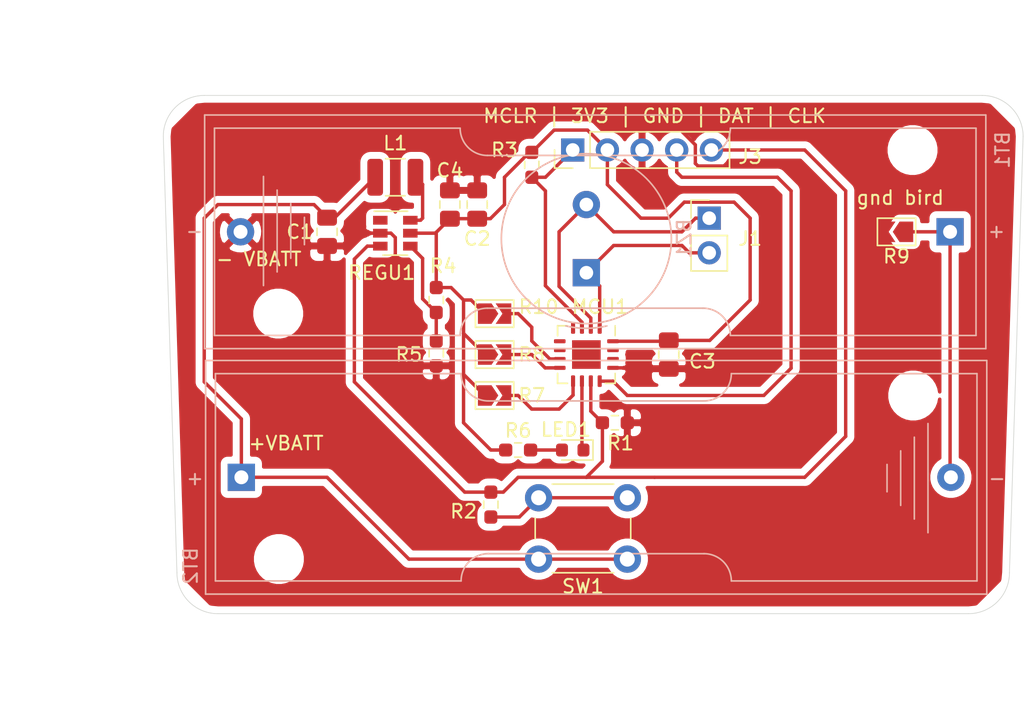
<source format=kicad_pcb>
(kicad_pcb (version 20171130) (host pcbnew "(5.1.9)-1")

  (general
    (thickness 1.6)
    (drawings 19)
    (tracks 146)
    (zones 0)
    (modules 24)
    (nets 22)
  )

  (page A4)
  (layers
    (0 F.Cu signal)
    (31 B.Cu signal hide)
    (32 B.Adhes user hide)
    (33 F.Adhes user)
    (34 B.Paste user hide)
    (35 F.Paste user)
    (36 B.SilkS user)
    (37 F.SilkS user)
    (38 B.Mask user hide)
    (39 F.Mask user)
    (40 Dwgs.User user)
    (41 Cmts.User user)
    (42 Eco1.User user)
    (43 Eco2.User user)
    (44 Edge.Cuts user)
    (45 Margin user)
    (46 B.CrtYd user)
    (47 F.CrtYd user)
    (48 B.Fab user hide)
    (49 F.Fab user hide)
  )

  (setup
    (last_trace_width 0.25)
    (trace_clearance 0.2)
    (zone_clearance 0.508)
    (zone_45_only no)
    (trace_min 0.2)
    (via_size 0.8)
    (via_drill 0.4)
    (via_min_size 0.4)
    (via_min_drill 0.3)
    (uvia_size 0.3)
    (uvia_drill 0.1)
    (uvias_allowed no)
    (uvia_min_size 0.2)
    (uvia_min_drill 0.1)
    (edge_width 0.05)
    (segment_width 0.2)
    (pcb_text_width 0.3)
    (pcb_text_size 1.5 1.5)
    (mod_edge_width 0.12)
    (mod_text_size 1 1)
    (mod_text_width 0.15)
    (pad_size 1.524 1.524)
    (pad_drill 0.762)
    (pad_to_mask_clearance 0)
    (aux_axis_origin 114 110)
    (grid_origin 114 110)
    (visible_elements 7FFFFFFF)
    (pcbplotparams
      (layerselection 0x010fc_ffffffff)
      (usegerberextensions false)
      (usegerberattributes true)
      (usegerberadvancedattributes true)
      (creategerberjobfile true)
      (excludeedgelayer true)
      (linewidth 0.100000)
      (plotframeref false)
      (viasonmask false)
      (mode 1)
      (useauxorigin false)
      (hpglpennumber 1)
      (hpglpenspeed 20)
      (hpglpendiameter 15.000000)
      (psnegative false)
      (psa4output false)
      (plotreference true)
      (plotvalue true)
      (plotinvisibletext false)
      (padsonsilk false)
      (subtractmaskfromsilk false)
      (outputformat 1)
      (mirror false)
      (drillshape 1)
      (scaleselection 1)
      (outputdirectory ""))
  )

  (net 0 "")
  (net 1 Vbatt)
  (net 2 GND)
  (net 3 +3V3)
  (net 4 REG_EN)
  (net 5 "Net-(L1-Pad2)")
  (net 6 "Net-(LED1-Pad2)")
  (net 7 "Net-(MCU1-Pad4)")
  (net 8 "Net-(MCU1-Pad5)")
  (net 9 "Net-(MCU1-Pad6)")
  (net 10 "Net-(R2-Pad1)")
  (net 11 "Net-(R4-Pad2)")
  (net 12 "Net-(REGU1-Pad1)")
  (net 13 "Net-(BT1-Pad1)")
  (net 14 /buzz+)
  (net 15 /buzz-)
  (net 16 /MCLR)
  (net 17 /icspdat)
  (net 18 /led)
  (net 19 /chx2)
  (net 20 /chx1)
  (net 21 /chx3)

  (net_class Default "This is the default net class."
    (clearance 0.2)
    (trace_width 0.25)
    (via_dia 0.8)
    (via_drill 0.4)
    (uvia_dia 0.3)
    (uvia_drill 0.1)
    (add_net +3V3)
    (add_net /MCLR)
    (add_net /buzz+)
    (add_net /buzz-)
    (add_net /chx1)
    (add_net /chx2)
    (add_net /chx3)
    (add_net /icspdat)
    (add_net /led)
    (add_net GND)
    (add_net "Net-(BT1-Pad1)")
    (add_net "Net-(L1-Pad2)")
    (add_net "Net-(LED1-Pad2)")
    (add_net "Net-(MCU1-Pad4)")
    (add_net "Net-(MCU1-Pad5)")
    (add_net "Net-(MCU1-Pad6)")
    (add_net "Net-(R2-Pad1)")
    (add_net "Net-(R4-Pad2)")
    (add_net "Net-(REGU1-Pad1)")
    (add_net REG_EN)
    (add_net Vbatt)
  )

  (module Battery:BatteryHolder_Keystone_2460_1xAA locked (layer B.Cu) (tedit 5DBEA3CC) (tstamp 605D29A5)
    (at 167.65 85 180)
    (descr https://www.keyelco.com/product-pdf.cfm?p=1025)
    (tags "AA battery cell holder")
    (path /605E8C9A)
    (fp_text reference BT1 (at -3.85 6 270) (layer B.SilkS)
      (effects (font (size 1 1) (thickness 0.15)) (justify mirror))
    )
    (fp_text value "AA - 1,5V" (at 24.5 0 180) (layer B.Fab)
      (effects (font (size 1 1) (thickness 0.15)) (justify mirror))
    )
    (fp_line (start 33.9 -5.6) (end 18.1 -5.6) (layer B.SilkS) (width 0.12))
    (fp_line (start 18.1 5.6) (end 33.9 5.6) (layer B.SilkS) (width 0.12))
    (fp_line (start 35.9 -7.6) (end 53.9 -7.6) (layer B.SilkS) (width 0.12))
    (fp_line (start 35.9 7.6) (end 53.9 7.6) (layer B.SilkS) (width 0.12))
    (fp_line (start -1.9 7.6) (end 16.1 7.6) (layer B.SilkS) (width 0.12))
    (fp_line (start 53.9 7.6) (end 53.9 -7.6) (layer B.SilkS) (width 0.12))
    (fp_line (start -1.9 -7.6) (end 16.1 -7.6) (layer B.SilkS) (width 0.12))
    (fp_line (start -1.9 7.6) (end -1.9 -7.6) (layer B.SilkS) (width 0.12))
    (fp_line (start -2.62 8.565) (end 54.62 8.565) (layer B.SilkS) (width 0.12))
    (fp_line (start -2.62 -8.565) (end -2.62 8.565) (layer B.SilkS) (width 0.12))
    (fp_line (start 54.62 -8.565) (end -2.62 -8.565) (layer B.SilkS) (width 0.12))
    (fp_line (start 54.62 8.565) (end 54.62 -8.565) (layer B.SilkS) (width 0.12))
    (fp_line (start 47.31 1.06) (end 47.31 -0.94) (layer B.SilkS) (width 0.12))
    (fp_line (start 50.31 4.06) (end 50.31 -3.94) (layer B.SilkS) (width 0.12))
    (fp_line (start 49.31 -2.94) (end 49.31 3.06) (layer B.SilkS) (width 0.12))
    (fp_line (start 48.31 2.06) (end 48.31 -1.94) (layer B.SilkS) (width 0.12))
    (fp_line (start 54.75 -8.7) (end -2.75 -8.7) (layer B.CrtYd) (width 0.05))
    (fp_line (start 54.75 8.7) (end 54.75 -8.7) (layer B.CrtYd) (width 0.05))
    (fp_line (start -2.75 8.7) (end 54.75 8.7) (layer B.CrtYd) (width 0.05))
    (fp_line (start -2.75 -8.7) (end -2.75 8.7) (layer B.CrtYd) (width 0.05))
    (fp_line (start 54.5 8.445) (end -2.5 8.445) (layer B.Fab) (width 0.1))
    (fp_line (start -2.5 8.445) (end -2.5 -8.445) (layer B.Fab) (width 0.1))
    (fp_line (start -2.5 -8.445) (end 54.5 -8.445) (layer B.Fab) (width 0.1))
    (fp_line (start 54.5 -8.445) (end 54.5 8.445) (layer B.Fab) (width 0.1))
    (fp_text user + (at -3.4 0.06) (layer B.SilkS)
      (effects (font (size 1 1) (thickness 0.15)) (justify mirror))
    )
    (fp_text user - (at 55.37 0.06) (layer B.SilkS)
      (effects (font (size 1 1) (thickness 0.15)) (justify mirror))
    )
    (fp_text user %R (at 0.01 0.06) (layer B.Fab)
      (effects (font (size 1 1) (thickness 0.15)) (justify mirror))
    )
    (fp_arc (start 18.1 -7.6) (end 18.1 -5.6) (angle 90) (layer B.SilkS) (width 0.12))
    (fp_arc (start 33.9 -7.6) (end 35.9 -7.6) (angle 90) (layer B.SilkS) (width 0.12))
    (fp_arc (start 33.9 7.6) (end 33.9 5.6) (angle 90) (layer B.SilkS) (width 0.12))
    (fp_arc (start 18.1 7.6) (end 16.1 7.6) (angle 90) (layer B.SilkS) (width 0.12))
    (pad 1 thru_hole rect (at 0 0) (size 2 2) (drill 1.02) (layers *.Cu *.Mask)
      (net 13 "Net-(BT1-Pad1)"))
    (pad 2 thru_hole circle (at 51.99 0) (size 2 2) (drill 1.02) (layers *.Cu *.Mask)
      (net 2 GND))
    (pad "" np_thru_hole circle (at 49.23 -5.995 180) (size 2.64 2.64) (drill 2.64) (layers *.Cu *.Mask))
    (pad "" np_thru_hole circle (at 2.75 5.995 90) (size 2.64 2.64) (drill 2.64) (layers *.Cu *.Mask))
    (model ${KISYS3DMOD}/Battery.3dshapes/BatteryHolder_Keystone_2460_1xAA.wrl
      (at (xyz 0 0 0))
      (scale (xyz 1 1 1))
      (rotate (xyz 0 0 0))
    )
    (model C:/Users/be/Documents/kicad/librairie_perso/packages3d_perso/keystone/keystone-PN2460.STEP
      (offset (xyz 23 1 10.5))
      (scale (xyz 1 1 1))
      (rotate (xyz -90 0 0))
    )
  )

  (module Battery:BatteryHolder_Keystone_2460_1xAA locked (layer B.Cu) (tedit 5DBEA3CC) (tstamp 605D29CC)
    (at 115.72 103)
    (descr https://www.keyelco.com/product-pdf.cfm?p=1025)
    (tags "AA battery cell holder")
    (path /605FCB7B)
    (fp_text reference BT2 (at -3.72 6.5 -90) (layer B.SilkS)
      (effects (font (size 1 1) (thickness 0.15)) (justify mirror))
    )
    (fp_text value "AA - 1,5V" (at 24.5 0 -180) (layer B.Fab)
      (effects (font (size 1 1) (thickness 0.15)) (justify mirror))
    )
    (fp_line (start 54.5 -8.445) (end 54.5 8.445) (layer B.Fab) (width 0.1))
    (fp_line (start -2.5 -8.445) (end 54.5 -8.445) (layer B.Fab) (width 0.1))
    (fp_line (start -2.5 8.445) (end -2.5 -8.445) (layer B.Fab) (width 0.1))
    (fp_line (start 54.5 8.445) (end -2.5 8.445) (layer B.Fab) (width 0.1))
    (fp_line (start -2.75 -8.7) (end -2.75 8.7) (layer B.CrtYd) (width 0.05))
    (fp_line (start -2.75 8.7) (end 54.75 8.7) (layer B.CrtYd) (width 0.05))
    (fp_line (start 54.75 8.7) (end 54.75 -8.7) (layer B.CrtYd) (width 0.05))
    (fp_line (start 54.75 -8.7) (end -2.75 -8.7) (layer B.CrtYd) (width 0.05))
    (fp_line (start 48.31 2.06) (end 48.31 -1.94) (layer B.SilkS) (width 0.12))
    (fp_line (start 49.31 -2.94) (end 49.31 3.06) (layer B.SilkS) (width 0.12))
    (fp_line (start 50.31 4.06) (end 50.31 -3.94) (layer B.SilkS) (width 0.12))
    (fp_line (start 47.31 1.06) (end 47.31 -0.94) (layer B.SilkS) (width 0.12))
    (fp_line (start 54.62 8.565) (end 54.62 -8.565) (layer B.SilkS) (width 0.12))
    (fp_line (start 54.62 -8.565) (end -2.62 -8.565) (layer B.SilkS) (width 0.12))
    (fp_line (start -2.62 -8.565) (end -2.62 8.565) (layer B.SilkS) (width 0.12))
    (fp_line (start -2.62 8.565) (end 54.62 8.565) (layer B.SilkS) (width 0.12))
    (fp_line (start -1.9 7.6) (end -1.9 -7.6) (layer B.SilkS) (width 0.12))
    (fp_line (start -1.9 -7.6) (end 16.1 -7.6) (layer B.SilkS) (width 0.12))
    (fp_line (start 53.9 7.6) (end 53.9 -7.6) (layer B.SilkS) (width 0.12))
    (fp_line (start -1.9 7.6) (end 16.1 7.6) (layer B.SilkS) (width 0.12))
    (fp_line (start 35.9 7.6) (end 53.9 7.6) (layer B.SilkS) (width 0.12))
    (fp_line (start 35.9 -7.6) (end 53.9 -7.6) (layer B.SilkS) (width 0.12))
    (fp_line (start 18.1 5.6) (end 33.9 5.6) (layer B.SilkS) (width 0.12))
    (fp_line (start 33.9 -5.6) (end 18.1 -5.6) (layer B.SilkS) (width 0.12))
    (fp_arc (start 18.1 7.6) (end 16.1 7.6) (angle 90) (layer B.SilkS) (width 0.12))
    (fp_arc (start 33.9 7.6) (end 33.9 5.6) (angle 90) (layer B.SilkS) (width 0.12))
    (fp_arc (start 33.9 -7.6) (end 35.9 -7.6) (angle 90) (layer B.SilkS) (width 0.12))
    (fp_arc (start 18.1 -7.6) (end 18.1 -5.6) (angle 90) (layer B.SilkS) (width 0.12))
    (fp_text user %R (at 0.01 0.06) (layer B.Fab)
      (effects (font (size 1 1) (thickness 0.15)) (justify mirror))
    )
    (fp_text user - (at 55.37 0.06) (layer B.SilkS)
      (effects (font (size 1 1) (thickness 0.15)) (justify mirror))
    )
    (fp_text user + (at -3.4 0.06) (layer B.SilkS)
      (effects (font (size 1 1) (thickness 0.15)) (justify mirror))
    )
    (pad "" np_thru_hole circle (at 2.75 5.995 270) (size 2.64 2.64) (drill 2.64) (layers *.Cu *.Mask))
    (pad "" np_thru_hole circle (at 49.23 -5.995) (size 2.64 2.64) (drill 2.64) (layers *.Cu *.Mask))
    (pad 2 thru_hole circle (at 51.99 0 180) (size 2 2) (drill 1.02) (layers *.Cu *.Mask)
      (net 13 "Net-(BT1-Pad1)"))
    (pad 1 thru_hole rect (at 0 0 180) (size 2 2) (drill 1.02) (layers *.Cu *.Mask)
      (net 1 Vbatt))
    (model C:/Users/be/Documents/kicad/librairie_perso/packages3d_perso/keystone
      (at (xyz 0 0 0))
      (scale (xyz 1 1 1))
      (rotate (xyz 0 0 0))
    )
    (model C:/Users/be/Documents/kicad/librairie_perso/packages3d_perso/keystone/keystone-PN2460.STEP
      (offset (xyz 23 1 10.5))
      (scale (xyz 1 1 1))
      (rotate (xyz -90 0 0))
    )
  )

  (module Buzzer_Beeper:Buzzer_TDK_PS1240P02BT_D12.2mm_H6.5mm (layer B.Cu) (tedit 5BF1CB2D) (tstamp 605D29D9)
    (at 141 88 90)
    (descr "Buzzer, D12.2mm height 6.5mm, https://product.tdk.com/info/en/catalog/datasheets/piezoelectronic_buzzer_ps_en.pdf")
    (tags buzzer)
    (path /6065AE4E)
    (fp_text reference BZ1 (at 2.5 7.17 90) (layer B.SilkS)
      (effects (font (size 1 1) (thickness 0.15)) (justify mirror))
    )
    (fp_text value Buzzer (at 2.5 -7.31 90) (layer B.Fab)
      (effects (font (size 1 1) (thickness 0.15)) (justify mirror))
    )
    (fp_line (start -1.3 1) (end -1.3 -1) (layer B.Fab) (width 0.1))
    (fp_circle (center 2.5 0) (end 8.73 0) (layer B.SilkS) (width 0.12))
    (fp_circle (center 2.5 0) (end 3.5 0) (layer B.Fab) (width 0.1))
    (fp_circle (center 2.5 0) (end 8.6 0) (layer B.Fab) (width 0.1))
    (fp_circle (center 2.5 0) (end 8.85 0) (layer B.CrtYd) (width 0.05))
    (fp_text user %R (at 2.5 2.43 90) (layer B.Fab)
      (effects (font (size 1 1) (thickness 0.15)) (justify mirror))
    )
    (fp_arc (start 2.5 0) (end -3.9 1.5) (angle 26.38121493) (layer B.SilkS) (width 0.12))
    (pad 1 thru_hole rect (at 0 0 90) (size 2 2) (drill 1) (layers *.Cu *.Mask)
      (net 14 /buzz+))
    (pad 2 thru_hole circle (at 5 0 90) (size 2 2) (drill 1) (layers *.Cu *.Mask)
      (net 15 /buzz-))
    (model C:/Users/be/Documents/kicad/librairie_perso/packages3d_perso/Buzzer_Beeper.3dshapes/Buzzer_TDK_PS1240P02BT_D12.2mm_H6.5mm_short.wrl
      (at (xyz 0 0 0))
      (scale (xyz 0.4 0.4 0.4))
      (rotate (xyz 0 0 0))
    )
    (model C:/Users/be/Documents/kicad/librairie_perso/packages3d_perso/Buzzer_Beeper.3dshapes/Buzzer_TDK_PS1240P02BT_D12.2mm_H6.5mm_short.wrl
      (at (xyz 0 0 0))
      (scale (xyz 0.4 0.4 0.4))
      (rotate (xyz 0 0 0))
    )
  )

  (module Capacitor_SMD:C_0805_2012Metric_Pad1.18x1.45mm_HandSolder (layer F.Cu) (tedit 5F68FEEF) (tstamp 605D29EA)
    (at 122 85 270)
    (descr "Capacitor SMD 0805 (2012 Metric), square (rectangular) end terminal, IPC_7351 nominal with elongated pad for handsoldering. (Body size source: IPC-SM-782 page 76, https://www.pcb-3d.com/wordpress/wp-content/uploads/ipc-sm-782a_amendment_1_and_2.pdf, https://docs.google.com/spreadsheets/d/1BsfQQcO9C6DZCsRaXUlFlo91Tg2WpOkGARC1WS5S8t0/edit?usp=sharing), generated with kicad-footprint-generator")
    (tags "capacitor handsolder")
    (path /60601A95)
    (attr smd)
    (fp_text reference C1 (at 0 2) (layer F.SilkS)
      (effects (font (size 1 1) (thickness 0.15)))
    )
    (fp_text value 10uF (at 0 1.68 90) (layer F.Fab)
      (effects (font (size 1 1) (thickness 0.15)))
    )
    (fp_line (start -1 0.625) (end -1 -0.625) (layer F.Fab) (width 0.1))
    (fp_line (start -1 -0.625) (end 1 -0.625) (layer F.Fab) (width 0.1))
    (fp_line (start 1 -0.625) (end 1 0.625) (layer F.Fab) (width 0.1))
    (fp_line (start 1 0.625) (end -1 0.625) (layer F.Fab) (width 0.1))
    (fp_line (start -0.261252 -0.735) (end 0.261252 -0.735) (layer F.SilkS) (width 0.12))
    (fp_line (start -0.261252 0.735) (end 0.261252 0.735) (layer F.SilkS) (width 0.12))
    (fp_line (start -1.88 0.98) (end -1.88 -0.98) (layer F.CrtYd) (width 0.05))
    (fp_line (start -1.88 -0.98) (end 1.88 -0.98) (layer F.CrtYd) (width 0.05))
    (fp_line (start 1.88 -0.98) (end 1.88 0.98) (layer F.CrtYd) (width 0.05))
    (fp_line (start 1.88 0.98) (end -1.88 0.98) (layer F.CrtYd) (width 0.05))
    (fp_text user %R (at 0 0 90) (layer F.Fab)
      (effects (font (size 0.5 0.5) (thickness 0.08)))
    )
    (pad 2 smd roundrect (at 1.0375 0 270) (size 1.175 1.45) (layers F.Cu F.Paste F.Mask) (roundrect_rratio 0.212766)
      (net 2 GND))
    (pad 1 smd roundrect (at -1.0375 0 270) (size 1.175 1.45) (layers F.Cu F.Paste F.Mask) (roundrect_rratio 0.212766)
      (net 1 Vbatt))
    (model ${KISYS3DMOD}/Capacitor_SMD.3dshapes/C_0805_2012Metric.wrl
      (at (xyz 0 0 0))
      (scale (xyz 1 1 1))
      (rotate (xyz 0 0 0))
    )
  )

  (module Capacitor_SMD:C_0805_2012Metric_Pad1.18x1.45mm_HandSolder (layer F.Cu) (tedit 5F68FEEF) (tstamp 605D29FB)
    (at 133 83 90)
    (descr "Capacitor SMD 0805 (2012 Metric), square (rectangular) end terminal, IPC_7351 nominal with elongated pad for handsoldering. (Body size source: IPC-SM-782 page 76, https://www.pcb-3d.com/wordpress/wp-content/uploads/ipc-sm-782a_amendment_1_and_2.pdf, https://docs.google.com/spreadsheets/d/1BsfQQcO9C6DZCsRaXUlFlo91Tg2WpOkGARC1WS5S8t0/edit?usp=sharing), generated with kicad-footprint-generator")
    (tags "capacitor handsolder")
    (path /605EAB96)
    (attr smd)
    (fp_text reference C2 (at -2.5 0) (layer F.SilkS)
      (effects (font (size 1 1) (thickness 0.15)))
    )
    (fp_text value 10uF (at 0 1.68 90) (layer F.Fab)
      (effects (font (size 1 1) (thickness 0.15)))
    )
    (fp_line (start 1.88 0.98) (end -1.88 0.98) (layer F.CrtYd) (width 0.05))
    (fp_line (start 1.88 -0.98) (end 1.88 0.98) (layer F.CrtYd) (width 0.05))
    (fp_line (start -1.88 -0.98) (end 1.88 -0.98) (layer F.CrtYd) (width 0.05))
    (fp_line (start -1.88 0.98) (end -1.88 -0.98) (layer F.CrtYd) (width 0.05))
    (fp_line (start -0.261252 0.735) (end 0.261252 0.735) (layer F.SilkS) (width 0.12))
    (fp_line (start -0.261252 -0.735) (end 0.261252 -0.735) (layer F.SilkS) (width 0.12))
    (fp_line (start 1 0.625) (end -1 0.625) (layer F.Fab) (width 0.1))
    (fp_line (start 1 -0.625) (end 1 0.625) (layer F.Fab) (width 0.1))
    (fp_line (start -1 -0.625) (end 1 -0.625) (layer F.Fab) (width 0.1))
    (fp_line (start -1 0.625) (end -1 -0.625) (layer F.Fab) (width 0.1))
    (fp_text user %R (at 0 0 90) (layer F.Fab)
      (effects (font (size 0.5 0.5) (thickness 0.08)))
    )
    (pad 1 smd roundrect (at -1.0375 0 90) (size 1.175 1.45) (layers F.Cu F.Paste F.Mask) (roundrect_rratio 0.212766)
      (net 3 +3V3))
    (pad 2 smd roundrect (at 1.0375 0 90) (size 1.175 1.45) (layers F.Cu F.Paste F.Mask) (roundrect_rratio 0.212766)
      (net 2 GND))
    (model ${KISYS3DMOD}/Capacitor_SMD.3dshapes/C_0805_2012Metric.wrl
      (at (xyz 0 0 0))
      (scale (xyz 1 1 1))
      (rotate (xyz 0 0 0))
    )
  )

  (module Capacitor_SMD:C_0805_2012Metric_Pad1.18x1.45mm_HandSolder (layer F.Cu) (tedit 5F68FEEF) (tstamp 605D2A0C)
    (at 147.0375 94 270)
    (descr "Capacitor SMD 0805 (2012 Metric), square (rectangular) end terminal, IPC_7351 nominal with elongated pad for handsoldering. (Body size source: IPC-SM-782 page 76, https://www.pcb-3d.com/wordpress/wp-content/uploads/ipc-sm-782a_amendment_1_and_2.pdf, https://docs.google.com/spreadsheets/d/1BsfQQcO9C6DZCsRaXUlFlo91Tg2WpOkGARC1WS5S8t0/edit?usp=sharing), generated with kicad-footprint-generator")
    (tags "capacitor handsolder")
    (path /605F37EF)
    (attr smd)
    (fp_text reference C3 (at 0.5 -2.4625 180) (layer F.SilkS)
      (effects (font (size 1 1) (thickness 0.15)))
    )
    (fp_text value 100nF (at 0 1.68 90) (layer F.Fab)
      (effects (font (size 1 1) (thickness 0.15)))
    )
    (fp_line (start 1.88 0.98) (end -1.88 0.98) (layer F.CrtYd) (width 0.05))
    (fp_line (start 1.88 -0.98) (end 1.88 0.98) (layer F.CrtYd) (width 0.05))
    (fp_line (start -1.88 -0.98) (end 1.88 -0.98) (layer F.CrtYd) (width 0.05))
    (fp_line (start -1.88 0.98) (end -1.88 -0.98) (layer F.CrtYd) (width 0.05))
    (fp_line (start -0.261252 0.735) (end 0.261252 0.735) (layer F.SilkS) (width 0.12))
    (fp_line (start -0.261252 -0.735) (end 0.261252 -0.735) (layer F.SilkS) (width 0.12))
    (fp_line (start 1 0.625) (end -1 0.625) (layer F.Fab) (width 0.1))
    (fp_line (start 1 -0.625) (end 1 0.625) (layer F.Fab) (width 0.1))
    (fp_line (start -1 -0.625) (end 1 -0.625) (layer F.Fab) (width 0.1))
    (fp_line (start -1 0.625) (end -1 -0.625) (layer F.Fab) (width 0.1))
    (fp_text user %R (at 0 0 90) (layer F.Fab)
      (effects (font (size 0.5 0.5) (thickness 0.08)))
    )
    (pad 1 smd roundrect (at -1.0375 0 270) (size 1.175 1.45) (layers F.Cu F.Paste F.Mask) (roundrect_rratio 0.212766)
      (net 3 +3V3))
    (pad 2 smd roundrect (at 1.0375 0 270) (size 1.175 1.45) (layers F.Cu F.Paste F.Mask) (roundrect_rratio 0.212766)
      (net 2 GND))
    (model ${KISYS3DMOD}/Capacitor_SMD.3dshapes/C_0805_2012Metric.wrl
      (at (xyz 0 0 0))
      (scale (xyz 1 1 1))
      (rotate (xyz 0 0 0))
    )
  )

  (module Capacitor_SMD:C_0805_2012Metric_Pad1.18x1.45mm_HandSolder (layer F.Cu) (tedit 5F68FEEF) (tstamp 605D2A1D)
    (at 131 83 90)
    (descr "Capacitor SMD 0805 (2012 Metric), square (rectangular) end terminal, IPC_7351 nominal with elongated pad for handsoldering. (Body size source: IPC-SM-782 page 76, https://www.pcb-3d.com/wordpress/wp-content/uploads/ipc-sm-782a_amendment_1_and_2.pdf, https://docs.google.com/spreadsheets/d/1BsfQQcO9C6DZCsRaXUlFlo91Tg2WpOkGARC1WS5S8t0/edit?usp=sharing), generated with kicad-footprint-generator")
    (tags "capacitor handsolder")
    (path /605F2FEA)
    (attr smd)
    (fp_text reference C4 (at 2.5 0) (layer F.SilkS)
      (effects (font (size 1 1) (thickness 0.15)))
    )
    (fp_text value 47uF (at 0 1.68 90) (layer F.Fab)
      (effects (font (size 1 1) (thickness 0.15)))
    )
    (fp_line (start -1 0.625) (end -1 -0.625) (layer F.Fab) (width 0.1))
    (fp_line (start -1 -0.625) (end 1 -0.625) (layer F.Fab) (width 0.1))
    (fp_line (start 1 -0.625) (end 1 0.625) (layer F.Fab) (width 0.1))
    (fp_line (start 1 0.625) (end -1 0.625) (layer F.Fab) (width 0.1))
    (fp_line (start -0.261252 -0.735) (end 0.261252 -0.735) (layer F.SilkS) (width 0.12))
    (fp_line (start -0.261252 0.735) (end 0.261252 0.735) (layer F.SilkS) (width 0.12))
    (fp_line (start -1.88 0.98) (end -1.88 -0.98) (layer F.CrtYd) (width 0.05))
    (fp_line (start -1.88 -0.98) (end 1.88 -0.98) (layer F.CrtYd) (width 0.05))
    (fp_line (start 1.88 -0.98) (end 1.88 0.98) (layer F.CrtYd) (width 0.05))
    (fp_line (start 1.88 0.98) (end -1.88 0.98) (layer F.CrtYd) (width 0.05))
    (fp_text user %R (at 0 1 90) (layer F.Fab)
      (effects (font (size 0.5 0.5) (thickness 0.08)))
    )
    (pad 2 smd roundrect (at 1.0375 0 90) (size 1.175 1.45) (layers F.Cu F.Paste F.Mask) (roundrect_rratio 0.212766)
      (net 2 GND))
    (pad 1 smd roundrect (at -1.0375 0 90) (size 1.175 1.45) (layers F.Cu F.Paste F.Mask) (roundrect_rratio 0.212766)
      (net 3 +3V3))
    (model ${KISYS3DMOD}/Capacitor_SMD.3dshapes/C_0805_2012Metric.wrl
      (at (xyz 0 0 0))
      (scale (xyz 1 1 1))
      (rotate (xyz 0 0 0))
    )
  )

  (module Connector_PinHeader_2.54mm:PinHeader_1x02_P2.54mm_Vertical (layer F.Cu) (tedit 59FED5CC) (tstamp 605D2A33)
    (at 150 84)
    (descr "Through hole straight pin header, 1x02, 2.54mm pitch, single row")
    (tags "Through hole pin header THT 1x02 2.54mm single row")
    (path /6064EA3D)
    (fp_text reference J1 (at 3 1.5) (layer F.SilkS)
      (effects (font (size 1 1) (thickness 0.15)))
    )
    (fp_text value Conn_01x02_Male (at 0 4.87) (layer F.Fab)
      (effects (font (size 1 1) (thickness 0.15)))
    )
    (fp_line (start 1.8 -1.8) (end -1.8 -1.8) (layer F.CrtYd) (width 0.05))
    (fp_line (start 1.8 4.35) (end 1.8 -1.8) (layer F.CrtYd) (width 0.05))
    (fp_line (start -1.8 4.35) (end 1.8 4.35) (layer F.CrtYd) (width 0.05))
    (fp_line (start -1.8 -1.8) (end -1.8 4.35) (layer F.CrtYd) (width 0.05))
    (fp_line (start -1.33 -1.33) (end 0 -1.33) (layer F.SilkS) (width 0.12))
    (fp_line (start -1.33 0) (end -1.33 -1.33) (layer F.SilkS) (width 0.12))
    (fp_line (start -1.33 1.27) (end 1.33 1.27) (layer F.SilkS) (width 0.12))
    (fp_line (start 1.33 1.27) (end 1.33 3.87) (layer F.SilkS) (width 0.12))
    (fp_line (start -1.33 1.27) (end -1.33 3.87) (layer F.SilkS) (width 0.12))
    (fp_line (start -1.33 3.87) (end 1.33 3.87) (layer F.SilkS) (width 0.12))
    (fp_line (start -1.27 -0.635) (end -0.635 -1.27) (layer F.Fab) (width 0.1))
    (fp_line (start -1.27 3.81) (end -1.27 -0.635) (layer F.Fab) (width 0.1))
    (fp_line (start 1.27 3.81) (end -1.27 3.81) (layer F.Fab) (width 0.1))
    (fp_line (start 1.27 -1.27) (end 1.27 3.81) (layer F.Fab) (width 0.1))
    (fp_line (start -0.635 -1.27) (end 1.27 -1.27) (layer F.Fab) (width 0.1))
    (fp_text user %R (at 0 1.27 90) (layer F.Fab)
      (effects (font (size 1 1) (thickness 0.15)))
    )
    (pad 1 thru_hole rect (at 0 0) (size 1.7 1.7) (drill 1) (layers *.Cu *.Mask)
      (net 15 /buzz-))
    (pad 2 thru_hole oval (at 0 2.54) (size 1.7 1.7) (drill 1) (layers *.Cu *.Mask)
      (net 14 /buzz+))
    (model ${KISYS3DMOD}/Connector_PinHeader_2.54mm.3dshapes/PinHeader_1x02_P2.54mm_Vertical.wrl
      (at (xyz 0 0 0))
      (scale (xyz 1 1 1))
      (rotate (xyz 0 0 0))
    )
  )

  (module Connector_PinHeader_2.54mm:PinHeader_1x05_P2.54mm_Vertical (layer F.Cu) (tedit 59FED5CC) (tstamp 605D2A4C)
    (at 140 79 90)
    (descr "Through hole straight pin header, 1x05, 2.54mm pitch, single row")
    (tags "Through hole pin header THT 1x05 2.54mm single row")
    (path /605CF3EA)
    (fp_text reference J3 (at -0.5 13 180) (layer F.SilkS)
      (effects (font (size 1 1) (thickness 0.15)))
    )
    (fp_text value Conn_01x05 (at 0 12.49 90) (layer F.Fab)
      (effects (font (size 1 1) (thickness 0.15)))
    )
    (fp_line (start 1.8 -1.8) (end -1.8 -1.8) (layer F.CrtYd) (width 0.05))
    (fp_line (start 1.8 11.95) (end 1.8 -1.8) (layer F.CrtYd) (width 0.05))
    (fp_line (start -1.8 11.95) (end 1.8 11.95) (layer F.CrtYd) (width 0.05))
    (fp_line (start -1.8 -1.8) (end -1.8 11.95) (layer F.CrtYd) (width 0.05))
    (fp_line (start -1.33 -1.33) (end 0 -1.33) (layer F.SilkS) (width 0.12))
    (fp_line (start -1.33 0) (end -1.33 -1.33) (layer F.SilkS) (width 0.12))
    (fp_line (start -1.33 1.27) (end 1.33 1.27) (layer F.SilkS) (width 0.12))
    (fp_line (start 1.33 1.27) (end 1.33 11.49) (layer F.SilkS) (width 0.12))
    (fp_line (start -1.33 1.27) (end -1.33 11.49) (layer F.SilkS) (width 0.12))
    (fp_line (start -1.33 11.49) (end 1.33 11.49) (layer F.SilkS) (width 0.12))
    (fp_line (start -1.27 -0.635) (end -0.635 -1.27) (layer F.Fab) (width 0.1))
    (fp_line (start -1.27 11.43) (end -1.27 -0.635) (layer F.Fab) (width 0.1))
    (fp_line (start 1.27 11.43) (end -1.27 11.43) (layer F.Fab) (width 0.1))
    (fp_line (start 1.27 -1.27) (end 1.27 11.43) (layer F.Fab) (width 0.1))
    (fp_line (start -0.635 -1.27) (end 1.27 -1.27) (layer F.Fab) (width 0.1))
    (fp_text user %R (at 0 5.08) (layer F.Fab)
      (effects (font (size 1 1) (thickness 0.15)))
    )
    (pad 1 thru_hole rect (at 0 0 90) (size 1.7 1.7) (drill 1) (layers *.Cu *.Mask)
      (net 16 /MCLR))
    (pad 2 thru_hole oval (at 0 2.54 90) (size 1.7 1.7) (drill 1) (layers *.Cu *.Mask)
      (net 3 +3V3))
    (pad 3 thru_hole oval (at 0 5.08 90) (size 1.7 1.7) (drill 1) (layers *.Cu *.Mask)
      (net 2 GND))
    (pad 4 thru_hole oval (at 0 7.62 90) (size 1.7 1.7) (drill 1) (layers *.Cu *.Mask)
      (net 17 /icspdat))
    (pad 5 thru_hole oval (at 0 10.16 90) (size 1.7 1.7) (drill 1) (layers *.Cu *.Mask)
      (net 4 REG_EN))
    (model ${KISYS3DMOD}/Connector_PinHeader_2.54mm.3dshapes/PinHeader_1x05_P2.54mm_Vertical.wrl
      (at (xyz 0 0 0))
      (scale (xyz 1 1 1))
      (rotate (xyz 0 0 0))
    )
  )

  (module Capacitor_SMD:C_1210_3225Metric (layer F.Cu) (tedit 5F68FEEE) (tstamp 605D2A5D)
    (at 127 81)
    (descr "Capacitor SMD 1210 (3225 Metric), square (rectangular) end terminal, IPC_7351 nominal, (Body size source: IPC-SM-782 page 76, https://www.pcb-3d.com/wordpress/wp-content/uploads/ipc-sm-782a_amendment_1_and_2.pdf), generated with kicad-footprint-generator")
    (tags capacitor)
    (path /605F028D)
    (attr smd)
    (fp_text reference L1 (at 0 -2.5) (layer F.SilkS)
      (effects (font (size 1 1) (thickness 0.15)))
    )
    (fp_text value 4,7uH (at 0 2.3) (layer F.Fab)
      (effects (font (size 1 1) (thickness 0.15)))
    )
    (fp_line (start 2.3 1.6) (end -2.3 1.6) (layer F.CrtYd) (width 0.05))
    (fp_line (start 2.3 -1.6) (end 2.3 1.6) (layer F.CrtYd) (width 0.05))
    (fp_line (start -2.3 -1.6) (end 2.3 -1.6) (layer F.CrtYd) (width 0.05))
    (fp_line (start -2.3 1.6) (end -2.3 -1.6) (layer F.CrtYd) (width 0.05))
    (fp_line (start -0.711252 1.36) (end 0.711252 1.36) (layer F.SilkS) (width 0.12))
    (fp_line (start -0.711252 -1.36) (end 0.711252 -1.36) (layer F.SilkS) (width 0.12))
    (fp_line (start 1.6 1.25) (end -1.6 1.25) (layer F.Fab) (width 0.1))
    (fp_line (start 1.6 -1.25) (end 1.6 1.25) (layer F.Fab) (width 0.1))
    (fp_line (start -1.6 -1.25) (end 1.6 -1.25) (layer F.Fab) (width 0.1))
    (fp_line (start -1.6 1.25) (end -1.6 -1.25) (layer F.Fab) (width 0.1))
    (fp_text user %R (at 0 0) (layer F.Fab)
      (effects (font (size 0.8 0.8) (thickness 0.12)))
    )
    (pad 1 smd roundrect (at -1.475 0) (size 1.15 2.7) (layers F.Cu F.Paste F.Mask) (roundrect_rratio 0.217391)
      (net 1 Vbatt))
    (pad 2 smd roundrect (at 1.475 0) (size 1.15 2.7) (layers F.Cu F.Paste F.Mask) (roundrect_rratio 0.217391)
      (net 5 "Net-(L1-Pad2)"))
    (model ${KISYS3DMOD}/Capacitor_SMD.3dshapes/C_1210_3225Metric.wrl
      (at (xyz 0 0 0))
      (scale (xyz 1 1 1))
      (rotate (xyz 0 0 0))
    )
  )

  (module LED_SMD:LED_0603_1608Metric (layer F.Cu) (tedit 5F68FEF1) (tstamp 605D2A70)
    (at 140 101 180)
    (descr "LED SMD 0603 (1608 Metric), square (rectangular) end terminal, IPC_7351 nominal, (Body size source: http://www.tortai-tech.com/upload/download/2011102023233369053.pdf), generated with kicad-footprint-generator")
    (tags LED)
    (path /605F0D0A)
    (attr smd)
    (fp_text reference LED1 (at 0.5 1.5) (layer F.SilkS)
      (effects (font (size 1 1) (thickness 0.15)))
    )
    (fp_text value LED (at 0 1.43) (layer F.Fab)
      (effects (font (size 1 1) (thickness 0.15)))
    )
    (fp_line (start 1.48 0.73) (end -1.48 0.73) (layer F.CrtYd) (width 0.05))
    (fp_line (start 1.48 -0.73) (end 1.48 0.73) (layer F.CrtYd) (width 0.05))
    (fp_line (start -1.48 -0.73) (end 1.48 -0.73) (layer F.CrtYd) (width 0.05))
    (fp_line (start -1.48 0.73) (end -1.48 -0.73) (layer F.CrtYd) (width 0.05))
    (fp_line (start -1.485 0.735) (end 0.8 0.735) (layer F.SilkS) (width 0.12))
    (fp_line (start -1.485 -0.735) (end -1.485 0.735) (layer F.SilkS) (width 0.12))
    (fp_line (start 0.8 -0.735) (end -1.485 -0.735) (layer F.SilkS) (width 0.12))
    (fp_line (start 0.8 0.4) (end 0.8 -0.4) (layer F.Fab) (width 0.1))
    (fp_line (start -0.8 0.4) (end 0.8 0.4) (layer F.Fab) (width 0.1))
    (fp_line (start -0.8 -0.1) (end -0.8 0.4) (layer F.Fab) (width 0.1))
    (fp_line (start -0.5 -0.4) (end -0.8 -0.1) (layer F.Fab) (width 0.1))
    (fp_line (start 0.8 -0.4) (end -0.5 -0.4) (layer F.Fab) (width 0.1))
    (fp_text user %R (at 0 0) (layer F.Fab)
      (effects (font (size 0.4 0.4) (thickness 0.06)))
    )
    (pad 1 smd roundrect (at -0.7875 0 180) (size 0.875 0.95) (layers F.Cu F.Paste F.Mask) (roundrect_rratio 0.25)
      (net 18 /led))
    (pad 2 smd roundrect (at 0.7875 0 180) (size 0.875 0.95) (layers F.Cu F.Paste F.Mask) (roundrect_rratio 0.25)
      (net 6 "Net-(LED1-Pad2)"))
    (model ${KISYS3DMOD}/LED_SMD.3dshapes/LED_0603_1608Metric.wrl
      (at (xyz 0 0 0))
      (scale (xyz 1 1 1))
      (rotate (xyz 0 0 0))
    )
  )

  (module Package_DFN_QFN:QFN-16-1EP_4x4mm_P0.65mm_EP2.1x2.1mm (layer F.Cu) (tedit 5DC5F6A3) (tstamp 605D2A9A)
    (at 141 94 270)
    (descr "QFN, 16 Pin (http://www.thatcorp.com/datashts/THAT_1580_Datasheet.pdf), generated with kicad-footprint-generator ipc_noLead_generator.py")
    (tags "QFN NoLead")
    (path /605D7010)
    (attr smd)
    (fp_text reference MCU1 (at -3.5 -1) (layer F.SilkS)
      (effects (font (size 1 1) (thickness 0.15)))
    )
    (fp_text value PIC16F15323-UQFN16_4x4 (at 0 3.32 90) (layer F.Fab)
      (effects (font (size 1 1) (thickness 0.15)))
    )
    (fp_line (start 2.62 -2.62) (end -2.62 -2.62) (layer F.CrtYd) (width 0.05))
    (fp_line (start 2.62 2.62) (end 2.62 -2.62) (layer F.CrtYd) (width 0.05))
    (fp_line (start -2.62 2.62) (end 2.62 2.62) (layer F.CrtYd) (width 0.05))
    (fp_line (start -2.62 -2.62) (end -2.62 2.62) (layer F.CrtYd) (width 0.05))
    (fp_line (start -2 -1) (end -1 -2) (layer F.Fab) (width 0.1))
    (fp_line (start -2 2) (end -2 -1) (layer F.Fab) (width 0.1))
    (fp_line (start 2 2) (end -2 2) (layer F.Fab) (width 0.1))
    (fp_line (start 2 -2) (end 2 2) (layer F.Fab) (width 0.1))
    (fp_line (start -1 -2) (end 2 -2) (layer F.Fab) (width 0.1))
    (fp_line (start -1.385 -2.11) (end -2.11 -2.11) (layer F.SilkS) (width 0.12))
    (fp_line (start 2.11 2.11) (end 2.11 1.385) (layer F.SilkS) (width 0.12))
    (fp_line (start 1.385 2.11) (end 2.11 2.11) (layer F.SilkS) (width 0.12))
    (fp_line (start -2.11 2.11) (end -2.11 1.385) (layer F.SilkS) (width 0.12))
    (fp_line (start -1.385 2.11) (end -2.11 2.11) (layer F.SilkS) (width 0.12))
    (fp_line (start 2.11 -2.11) (end 2.11 -1.385) (layer F.SilkS) (width 0.12))
    (fp_line (start 1.385 -2.11) (end 2.11 -2.11) (layer F.SilkS) (width 0.12))
    (fp_text user %R (at 0 0 90) (layer F.Fab)
      (effects (font (size 1 1) (thickness 0.15)))
    )
    (pad 1 smd roundrect (at -1.95 -0.975 270) (size 0.85 0.3) (layers F.Cu F.Paste F.Mask) (roundrect_rratio 0.25)
      (net 14 /buzz+))
    (pad 2 smd roundrect (at -1.95 -0.325 270) (size 0.85 0.3) (layers F.Cu F.Paste F.Mask) (roundrect_rratio 0.25)
      (net 15 /buzz-))
    (pad 3 smd roundrect (at -1.95 0.325 270) (size 0.85 0.3) (layers F.Cu F.Paste F.Mask) (roundrect_rratio 0.25)
      (net 16 /MCLR))
    (pad 4 smd roundrect (at -1.95 0.975 270) (size 0.85 0.3) (layers F.Cu F.Paste F.Mask) (roundrect_rratio 0.25)
      (net 7 "Net-(MCU1-Pad4)"))
    (pad 5 smd roundrect (at -0.975 1.95 270) (size 0.3 0.85) (layers F.Cu F.Paste F.Mask) (roundrect_rratio 0.25)
      (net 8 "Net-(MCU1-Pad5)"))
    (pad 6 smd roundrect (at -0.325 1.95 270) (size 0.3 0.85) (layers F.Cu F.Paste F.Mask) (roundrect_rratio 0.25)
      (net 9 "Net-(MCU1-Pad6)"))
    (pad 7 smd roundrect (at 0.325 1.95 270) (size 0.3 0.85) (layers F.Cu F.Paste F.Mask) (roundrect_rratio 0.25)
      (net 21 /chx3))
    (pad 8 smd roundrect (at 0.975 1.95 270) (size 0.3 0.85) (layers F.Cu F.Paste F.Mask) (roundrect_rratio 0.25)
      (net 19 /chx2))
    (pad 9 smd roundrect (at 1.95 0.975 270) (size 0.85 0.3) (layers F.Cu F.Paste F.Mask) (roundrect_rratio 0.25)
      (net 20 /chx1))
    (pad 10 smd roundrect (at 1.95 0.325 270) (size 0.85 0.3) (layers F.Cu F.Paste F.Mask) (roundrect_rratio 0.25)
      (net 18 /led))
    (pad 11 smd roundrect (at 1.95 -0.325 270) (size 0.85 0.3) (layers F.Cu F.Paste F.Mask) (roundrect_rratio 0.25)
      (net 4 REG_EN))
    (pad 12 smd roundrect (at 1.95 -0.975 270) (size 0.85 0.3) (layers F.Cu F.Paste F.Mask) (roundrect_rratio 0.25)
      (net 17 /icspdat))
    (pad 13 smd roundrect (at 0.975 -1.95 270) (size 0.3 0.85) (layers F.Cu F.Paste F.Mask) (roundrect_rratio 0.25)
      (net 2 GND))
    (pad 14 smd roundrect (at 0.325 -1.95 270) (size 0.3 0.85) (layers F.Cu F.Paste F.Mask) (roundrect_rratio 0.25))
    (pad 15 smd roundrect (at -0.325 -1.95 270) (size 0.3 0.85) (layers F.Cu F.Paste F.Mask) (roundrect_rratio 0.25))
    (pad 16 smd roundrect (at -0.975 -1.95 270) (size 0.3 0.85) (layers F.Cu F.Paste F.Mask) (roundrect_rratio 0.25)
      (net 3 +3V3))
    (pad 17 smd rect (at 0 0 270) (size 2.1 2.1) (layers F.Cu F.Mask))
    (pad "" smd roundrect (at -0.525 -0.525 270) (size 0.85 0.85) (layers F.Paste) (roundrect_rratio 0.25))
    (pad "" smd roundrect (at -0.525 0.525 270) (size 0.85 0.85) (layers F.Paste) (roundrect_rratio 0.25))
    (pad "" smd roundrect (at 0.525 -0.525 270) (size 0.85 0.85) (layers F.Paste) (roundrect_rratio 0.25))
    (pad "" smd roundrect (at 0.525 0.525 270) (size 0.85 0.85) (layers F.Paste) (roundrect_rratio 0.25))
    (model ${KISYS3DMOD}/Package_DFN_QFN.3dshapes/QFN-16-1EP_4x4mm_P0.65mm_EP2.1x2.1mm.wrl
      (at (xyz 0 0 0))
      (scale (xyz 1 1 1))
      (rotate (xyz 0 0 0))
    )
  )

  (module Resistor_SMD:R_0603_1608Metric_Pad0.98x0.95mm_HandSolder (layer F.Cu) (tedit 5F68FEEE) (tstamp 605D2AAB)
    (at 143.0875 99)
    (descr "Resistor SMD 0603 (1608 Metric), square (rectangular) end terminal, IPC_7351 nominal with elongated pad for handsoldering. (Body size source: IPC-SM-782 page 72, https://www.pcb-3d.com/wordpress/wp-content/uploads/ipc-sm-782a_amendment_1_and_2.pdf), generated with kicad-footprint-generator")
    (tags "resistor handsolder")
    (path /605EFC38)
    (attr smd)
    (fp_text reference R1 (at 0.4125 1.5) (layer F.SilkS)
      (effects (font (size 1 1) (thickness 0.15)))
    )
    (fp_text value 470K (at 0 1.43) (layer F.Fab)
      (effects (font (size 1 1) (thickness 0.15)))
    )
    (fp_line (start -0.8 0.4125) (end -0.8 -0.4125) (layer F.Fab) (width 0.1))
    (fp_line (start -0.8 -0.4125) (end 0.8 -0.4125) (layer F.Fab) (width 0.1))
    (fp_line (start 0.8 -0.4125) (end 0.8 0.4125) (layer F.Fab) (width 0.1))
    (fp_line (start 0.8 0.4125) (end -0.8 0.4125) (layer F.Fab) (width 0.1))
    (fp_line (start -0.254724 -0.5225) (end 0.254724 -0.5225) (layer F.SilkS) (width 0.12))
    (fp_line (start -0.254724 0.5225) (end 0.254724 0.5225) (layer F.SilkS) (width 0.12))
    (fp_line (start -1.65 0.73) (end -1.65 -0.73) (layer F.CrtYd) (width 0.05))
    (fp_line (start -1.65 -0.73) (end 1.65 -0.73) (layer F.CrtYd) (width 0.05))
    (fp_line (start 1.65 -0.73) (end 1.65 0.73) (layer F.CrtYd) (width 0.05))
    (fp_line (start 1.65 0.73) (end -1.65 0.73) (layer F.CrtYd) (width 0.05))
    (fp_text user %R (at 0 0) (layer F.Fab)
      (effects (font (size 0.4 0.4) (thickness 0.06)))
    )
    (pad 2 smd roundrect (at 0.9125 0) (size 0.975 0.95) (layers F.Cu F.Paste F.Mask) (roundrect_rratio 0.25)
      (net 2 GND))
    (pad 1 smd roundrect (at -0.9125 0) (size 0.975 0.95) (layers F.Cu F.Paste F.Mask) (roundrect_rratio 0.25)
      (net 4 REG_EN))
    (model ${KISYS3DMOD}/Resistor_SMD.3dshapes/R_0603_1608Metric.wrl
      (at (xyz 0 0 0))
      (scale (xyz 1 1 1))
      (rotate (xyz 0 0 0))
    )
  )

  (module Resistor_SMD:R_0603_1608Metric_Pad0.98x0.95mm_HandSolder (layer F.Cu) (tedit 5F68FEEE) (tstamp 605D2ABC)
    (at 134 105 90)
    (descr "Resistor SMD 0603 (1608 Metric), square (rectangular) end terminal, IPC_7351 nominal with elongated pad for handsoldering. (Body size source: IPC-SM-782 page 72, https://www.pcb-3d.com/wordpress/wp-content/uploads/ipc-sm-782a_amendment_1_and_2.pdf), generated with kicad-footprint-generator")
    (tags "resistor handsolder")
    (path /605EF9D7)
    (attr smd)
    (fp_text reference R2 (at -0.5 -2) (layer F.SilkS)
      (effects (font (size 1 1) (thickness 0.15)))
    )
    (fp_text value 4,7K (at 0 1.43 90) (layer F.Fab)
      (effects (font (size 1 1) (thickness 0.15)))
    )
    (fp_line (start 1.65 0.73) (end -1.65 0.73) (layer F.CrtYd) (width 0.05))
    (fp_line (start 1.65 -0.73) (end 1.65 0.73) (layer F.CrtYd) (width 0.05))
    (fp_line (start -1.65 -0.73) (end 1.65 -0.73) (layer F.CrtYd) (width 0.05))
    (fp_line (start -1.65 0.73) (end -1.65 -0.73) (layer F.CrtYd) (width 0.05))
    (fp_line (start -0.254724 0.5225) (end 0.254724 0.5225) (layer F.SilkS) (width 0.12))
    (fp_line (start -0.254724 -0.5225) (end 0.254724 -0.5225) (layer F.SilkS) (width 0.12))
    (fp_line (start 0.8 0.4125) (end -0.8 0.4125) (layer F.Fab) (width 0.1))
    (fp_line (start 0.8 -0.4125) (end 0.8 0.4125) (layer F.Fab) (width 0.1))
    (fp_line (start -0.8 -0.4125) (end 0.8 -0.4125) (layer F.Fab) (width 0.1))
    (fp_line (start -0.8 0.4125) (end -0.8 -0.4125) (layer F.Fab) (width 0.1))
    (fp_text user %R (at 0 0 90) (layer F.Fab)
      (effects (font (size 0.4 0.4) (thickness 0.06)))
    )
    (pad 1 smd roundrect (at -0.9125 0 90) (size 0.975 0.95) (layers F.Cu F.Paste F.Mask) (roundrect_rratio 0.25)
      (net 10 "Net-(R2-Pad1)"))
    (pad 2 smd roundrect (at 0.9125 0 90) (size 0.975 0.95) (layers F.Cu F.Paste F.Mask) (roundrect_rratio 0.25)
      (net 4 REG_EN))
    (model ${KISYS3DMOD}/Resistor_SMD.3dshapes/R_0603_1608Metric.wrl
      (at (xyz 0 0 0))
      (scale (xyz 1 1 1))
      (rotate (xyz 0 0 0))
    )
  )

  (module Resistor_SMD:R_0603_1608Metric_Pad0.98x0.95mm_HandSolder (layer F.Cu) (tedit 5F68FEEE) (tstamp 605D2ACD)
    (at 137 80.0875 270)
    (descr "Resistor SMD 0603 (1608 Metric), square (rectangular) end terminal, IPC_7351 nominal with elongated pad for handsoldering. (Body size source: IPC-SM-782 page 72, https://www.pcb-3d.com/wordpress/wp-content/uploads/ipc-sm-782a_amendment_1_and_2.pdf), generated with kicad-footprint-generator")
    (tags "resistor handsolder")
    (path /60607DAF)
    (attr smd)
    (fp_text reference R3 (at -1.0875 2 180) (layer F.SilkS)
      (effects (font (size 1 1) (thickness 0.15)))
    )
    (fp_text value 470K (at 0 1.43 90) (layer F.Fab)
      (effects (font (size 1 1) (thickness 0.15)))
    )
    (fp_line (start 1.65 0.73) (end -1.65 0.73) (layer F.CrtYd) (width 0.05))
    (fp_line (start 1.65 -0.73) (end 1.65 0.73) (layer F.CrtYd) (width 0.05))
    (fp_line (start -1.65 -0.73) (end 1.65 -0.73) (layer F.CrtYd) (width 0.05))
    (fp_line (start -1.65 0.73) (end -1.65 -0.73) (layer F.CrtYd) (width 0.05))
    (fp_line (start -0.254724 0.5225) (end 0.254724 0.5225) (layer F.SilkS) (width 0.12))
    (fp_line (start -0.254724 -0.5225) (end 0.254724 -0.5225) (layer F.SilkS) (width 0.12))
    (fp_line (start 0.8 0.4125) (end -0.8 0.4125) (layer F.Fab) (width 0.1))
    (fp_line (start 0.8 -0.4125) (end 0.8 0.4125) (layer F.Fab) (width 0.1))
    (fp_line (start -0.8 -0.4125) (end 0.8 -0.4125) (layer F.Fab) (width 0.1))
    (fp_line (start -0.8 0.4125) (end -0.8 -0.4125) (layer F.Fab) (width 0.1))
    (fp_text user %R (at 0 0 90) (layer F.Fab)
      (effects (font (size 0.4 0.4) (thickness 0.06)))
    )
    (pad 1 smd roundrect (at -0.9125 0 270) (size 0.975 0.95) (layers F.Cu F.Paste F.Mask) (roundrect_rratio 0.25)
      (net 3 +3V3))
    (pad 2 smd roundrect (at 0.9125 0 270) (size 0.975 0.95) (layers F.Cu F.Paste F.Mask) (roundrect_rratio 0.25)
      (net 16 /MCLR))
    (model ${KISYS3DMOD}/Resistor_SMD.3dshapes/R_0603_1608Metric.wrl
      (at (xyz 0 0 0))
      (scale (xyz 1 1 1))
      (rotate (xyz 0 0 0))
    )
  )

  (module Resistor_SMD:R_0603_1608Metric_Pad0.98x0.95mm_HandSolder (layer F.Cu) (tedit 5F68FEEE) (tstamp 605D2ADE)
    (at 130 90 270)
    (descr "Resistor SMD 0603 (1608 Metric), square (rectangular) end terminal, IPC_7351 nominal with elongated pad for handsoldering. (Body size source: IPC-SM-782 page 72, https://www.pcb-3d.com/wordpress/wp-content/uploads/ipc-sm-782a_amendment_1_and_2.pdf), generated with kicad-footprint-generator")
    (tags "resistor handsolder")
    (path /605E95FB)
    (attr smd)
    (fp_text reference R4 (at -2.5 -0.5 180) (layer F.SilkS)
      (effects (font (size 1 1) (thickness 0.15)))
    )
    (fp_text value 976K (at 0 1.43 90) (layer F.Fab)
      (effects (font (size 1 1) (thickness 0.15)))
    )
    (fp_line (start -0.8 0.4125) (end -0.8 -0.4125) (layer F.Fab) (width 0.1))
    (fp_line (start -0.8 -0.4125) (end 0.8 -0.4125) (layer F.Fab) (width 0.1))
    (fp_line (start 0.8 -0.4125) (end 0.8 0.4125) (layer F.Fab) (width 0.1))
    (fp_line (start 0.8 0.4125) (end -0.8 0.4125) (layer F.Fab) (width 0.1))
    (fp_line (start -0.254724 -0.5225) (end 0.254724 -0.5225) (layer F.SilkS) (width 0.12))
    (fp_line (start -0.254724 0.5225) (end 0.254724 0.5225) (layer F.SilkS) (width 0.12))
    (fp_line (start -1.65 0.73) (end -1.65 -0.73) (layer F.CrtYd) (width 0.05))
    (fp_line (start -1.65 -0.73) (end 1.65 -0.73) (layer F.CrtYd) (width 0.05))
    (fp_line (start 1.65 -0.73) (end 1.65 0.73) (layer F.CrtYd) (width 0.05))
    (fp_line (start 1.65 0.73) (end -1.65 0.73) (layer F.CrtYd) (width 0.05))
    (fp_text user %R (at 0 0 90) (layer F.Fab)
      (effects (font (size 0.4 0.4) (thickness 0.06)))
    )
    (pad 2 smd roundrect (at 0.9125 0 270) (size 0.975 0.95) (layers F.Cu F.Paste F.Mask) (roundrect_rratio 0.25)
      (net 11 "Net-(R4-Pad2)"))
    (pad 1 smd roundrect (at -0.9125 0 270) (size 0.975 0.95) (layers F.Cu F.Paste F.Mask) (roundrect_rratio 0.25)
      (net 3 +3V3))
    (model ${KISYS3DMOD}/Resistor_SMD.3dshapes/R_0603_1608Metric.wrl
      (at (xyz 0 0 0))
      (scale (xyz 1 1 1))
      (rotate (xyz 0 0 0))
    )
  )

  (module Resistor_SMD:R_0603_1608Metric_Pad0.98x0.95mm_HandSolder (layer F.Cu) (tedit 5F68FEEE) (tstamp 605D2AEF)
    (at 130 93.9125 270)
    (descr "Resistor SMD 0603 (1608 Metric), square (rectangular) end terminal, IPC_7351 nominal with elongated pad for handsoldering. (Body size source: IPC-SM-782 page 72, https://www.pcb-3d.com/wordpress/wp-content/uploads/ipc-sm-782a_amendment_1_and_2.pdf), generated with kicad-footprint-generator")
    (tags "resistor handsolder")
    (path /605EF456)
    (attr smd)
    (fp_text reference R5 (at 0.0875 2 180) (layer F.SilkS)
      (effects (font (size 1 1) (thickness 0.15)))
    )
    (fp_text value 312K (at 0 1.43 90) (layer F.Fab)
      (effects (font (size 1 1) (thickness 0.15)))
    )
    (fp_line (start -0.8 0.4125) (end -0.8 -0.4125) (layer F.Fab) (width 0.1))
    (fp_line (start -0.8 -0.4125) (end 0.8 -0.4125) (layer F.Fab) (width 0.1))
    (fp_line (start 0.8 -0.4125) (end 0.8 0.4125) (layer F.Fab) (width 0.1))
    (fp_line (start 0.8 0.4125) (end -0.8 0.4125) (layer F.Fab) (width 0.1))
    (fp_line (start -0.254724 -0.5225) (end 0.254724 -0.5225) (layer F.SilkS) (width 0.12))
    (fp_line (start -0.254724 0.5225) (end 0.254724 0.5225) (layer F.SilkS) (width 0.12))
    (fp_line (start -1.65 0.73) (end -1.65 -0.73) (layer F.CrtYd) (width 0.05))
    (fp_line (start -1.65 -0.73) (end 1.65 -0.73) (layer F.CrtYd) (width 0.05))
    (fp_line (start 1.65 -0.73) (end 1.65 0.73) (layer F.CrtYd) (width 0.05))
    (fp_line (start 1.65 0.73) (end -1.65 0.73) (layer F.CrtYd) (width 0.05))
    (fp_text user %R (at 0 0 90) (layer F.Fab)
      (effects (font (size 0.4 0.4) (thickness 0.06)))
    )
    (pad 2 smd roundrect (at 0.9125 0 270) (size 0.975 0.95) (layers F.Cu F.Paste F.Mask) (roundrect_rratio 0.25)
      (net 2 GND))
    (pad 1 smd roundrect (at -0.9125 0 270) (size 0.975 0.95) (layers F.Cu F.Paste F.Mask) (roundrect_rratio 0.25)
      (net 11 "Net-(R4-Pad2)"))
    (model ${KISYS3DMOD}/Resistor_SMD.3dshapes/R_0603_1608Metric.wrl
      (at (xyz 0 0 0))
      (scale (xyz 1 1 1))
      (rotate (xyz 0 0 0))
    )
  )

  (module Resistor_SMD:R_0603_1608Metric_Pad0.98x0.95mm_HandSolder (layer F.Cu) (tedit 5F68FEEE) (tstamp 605D2B00)
    (at 136 101)
    (descr "Resistor SMD 0603 (1608 Metric), square (rectangular) end terminal, IPC_7351 nominal with elongated pad for handsoldering. (Body size source: IPC-SM-782 page 72, https://www.pcb-3d.com/wordpress/wp-content/uploads/ipc-sm-782a_amendment_1_and_2.pdf), generated with kicad-footprint-generator")
    (tags "resistor handsolder")
    (path /605F25C4)
    (attr smd)
    (fp_text reference R6 (at 0 -1.43) (layer F.SilkS)
      (effects (font (size 1 1) (thickness 0.15)))
    )
    (fp_text value 150 (at 0 1.43) (layer F.Fab)
      (effects (font (size 1 1) (thickness 0.15)))
    )
    (fp_line (start 1.65 0.73) (end -1.65 0.73) (layer F.CrtYd) (width 0.05))
    (fp_line (start 1.65 -0.73) (end 1.65 0.73) (layer F.CrtYd) (width 0.05))
    (fp_line (start -1.65 -0.73) (end 1.65 -0.73) (layer F.CrtYd) (width 0.05))
    (fp_line (start -1.65 0.73) (end -1.65 -0.73) (layer F.CrtYd) (width 0.05))
    (fp_line (start -0.254724 0.5225) (end 0.254724 0.5225) (layer F.SilkS) (width 0.12))
    (fp_line (start -0.254724 -0.5225) (end 0.254724 -0.5225) (layer F.SilkS) (width 0.12))
    (fp_line (start 0.8 0.4125) (end -0.8 0.4125) (layer F.Fab) (width 0.1))
    (fp_line (start 0.8 -0.4125) (end 0.8 0.4125) (layer F.Fab) (width 0.1))
    (fp_line (start -0.8 -0.4125) (end 0.8 -0.4125) (layer F.Fab) (width 0.1))
    (fp_line (start -0.8 0.4125) (end -0.8 -0.4125) (layer F.Fab) (width 0.1))
    (fp_text user %R (at 0 0) (layer F.Fab)
      (effects (font (size 0.4 0.4) (thickness 0.06)))
    )
    (pad 1 smd roundrect (at -0.9125 0) (size 0.975 0.95) (layers F.Cu F.Paste F.Mask) (roundrect_rratio 0.25)
      (net 3 +3V3))
    (pad 2 smd roundrect (at 0.9125 0) (size 0.975 0.95) (layers F.Cu F.Paste F.Mask) (roundrect_rratio 0.25)
      (net 6 "Net-(LED1-Pad2)"))
    (model ${KISYS3DMOD}/Resistor_SMD.3dshapes/R_0603_1608Metric.wrl
      (at (xyz 0 0 0))
      (scale (xyz 1 1 1))
      (rotate (xyz 0 0 0))
    )
  )

  (module Package_TO_SOT_SMD:SOT-23-6 (layer F.Cu) (tedit 5A02FF57) (tstamp 605D2B16)
    (at 127 85.1)
    (descr "6-pin SOT-23 package")
    (tags SOT-23-6)
    (path /605E55B6)
    (attr smd)
    (fp_text reference REGU1 (at -1 2.9) (layer F.SilkS)
      (effects (font (size 1 1) (thickness 0.15)))
    )
    (fp_text value MCP1623 (at 0 2.9) (layer F.Fab)
      (effects (font (size 1 1) (thickness 0.15)))
    )
    (fp_line (start 0.9 -1.55) (end 0.9 1.55) (layer F.Fab) (width 0.1))
    (fp_line (start 0.9 1.55) (end -0.9 1.55) (layer F.Fab) (width 0.1))
    (fp_line (start -0.9 -0.9) (end -0.9 1.55) (layer F.Fab) (width 0.1))
    (fp_line (start 0.9 -1.55) (end -0.25 -1.55) (layer F.Fab) (width 0.1))
    (fp_line (start -0.9 -0.9) (end -0.25 -1.55) (layer F.Fab) (width 0.1))
    (fp_line (start -1.9 -1.8) (end -1.9 1.8) (layer F.CrtYd) (width 0.05))
    (fp_line (start -1.9 1.8) (end 1.9 1.8) (layer F.CrtYd) (width 0.05))
    (fp_line (start 1.9 1.8) (end 1.9 -1.8) (layer F.CrtYd) (width 0.05))
    (fp_line (start 1.9 -1.8) (end -1.9 -1.8) (layer F.CrtYd) (width 0.05))
    (fp_line (start 0.9 -1.61) (end -1.55 -1.61) (layer F.SilkS) (width 0.12))
    (fp_line (start -0.9 1.61) (end 0.9 1.61) (layer F.SilkS) (width 0.12))
    (fp_text user %R (at 0 0 90) (layer F.Fab)
      (effects (font (size 0.5 0.5) (thickness 0.075)))
    )
    (pad 1 smd rect (at -1.1 -0.95) (size 1.06 0.65) (layers F.Cu F.Paste F.Mask)
      (net 12 "Net-(REGU1-Pad1)"))
    (pad 2 smd rect (at -1.1 0) (size 1.06 0.65) (layers F.Cu F.Paste F.Mask)
      (net 2 GND))
    (pad 3 smd rect (at -1.1 0.95) (size 1.06 0.65) (layers F.Cu F.Paste F.Mask)
      (net 4 REG_EN))
    (pad 4 smd rect (at 1.1 0.95) (size 1.06 0.65) (layers F.Cu F.Paste F.Mask)
      (net 11 "Net-(R4-Pad2)"))
    (pad 6 smd rect (at 1.1 -0.95) (size 1.06 0.65) (layers F.Cu F.Paste F.Mask)
      (net 5 "Net-(L1-Pad2)"))
    (pad 5 smd rect (at 1.1 0) (size 1.06 0.65) (layers F.Cu F.Paste F.Mask)
      (net 3 +3V3))
    (model ${KISYS3DMOD}/Package_TO_SOT_SMD.3dshapes/SOT-23-6.wrl
      (at (xyz 0 0 0))
      (scale (xyz 1 1 1))
      (rotate (xyz 0 0 0))
    )
  )

  (module Jumper:SolderJumper-2_P1.3mm_Open_TrianglePad1.0x1.5mm (layer F.Cu) (tedit 5A64794F) (tstamp 605DBCE7)
    (at 134.275 97)
    (descr "SMD Solder Jumper, 1x1.5mm Triangular Pads, 0.3mm gap, open")
    (tags "solder jumper open")
    (path /6068B8D4)
    (attr virtual)
    (fp_text reference R7 (at 2.725 0) (layer F.SilkS)
      (effects (font (size 1 1) (thickness 0.15)))
    )
    (fp_text value R (at 0 1.9) (layer F.Fab)
      (effects (font (size 1 1) (thickness 0.15)))
    )
    (fp_line (start -1.4 1) (end -1.4 -1) (layer F.SilkS) (width 0.12))
    (fp_line (start 1.4 1) (end -1.4 1) (layer F.SilkS) (width 0.12))
    (fp_line (start 1.4 -1) (end 1.4 1) (layer F.SilkS) (width 0.12))
    (fp_line (start -1.4 -1) (end 1.4 -1) (layer F.SilkS) (width 0.12))
    (fp_line (start -1.65 -1.25) (end 1.65 -1.25) (layer F.CrtYd) (width 0.05))
    (fp_line (start -1.65 -1.25) (end -1.65 1.25) (layer F.CrtYd) (width 0.05))
    (fp_line (start 1.65 1.25) (end 1.65 -1.25) (layer F.CrtYd) (width 0.05))
    (fp_line (start 1.65 1.25) (end -1.65 1.25) (layer F.CrtYd) (width 0.05))
    (pad 1 smd custom (at -0.725 0) (size 0.3 0.3) (layers F.Cu F.Mask)
      (net 3 +3V3) (zone_connect 2)
      (options (clearance outline) (anchor rect))
      (primitives
        (gr_poly (pts
           (xy -0.5 -0.75) (xy 0.5 -0.75) (xy 1 0) (xy 0.5 0.75) (xy -0.5 0.75)
) (width 0))
      ))
    (pad 2 smd custom (at 0.725 0) (size 0.3 0.3) (layers F.Cu F.Mask)
      (net 20 /chx1) (zone_connect 2)
      (options (clearance outline) (anchor rect))
      (primitives
        (gr_poly (pts
           (xy -0.65 -0.75) (xy 0.5 -0.75) (xy 0.5 0.75) (xy -0.65 0.75) (xy -0.15 0)
) (width 0))
      ))
  )

  (module Jumper:SolderJumper-2_P1.3mm_Open_TrianglePad1.0x1.5mm (layer F.Cu) (tedit 5A64794F) (tstamp 605DBCF5)
    (at 134.275 94)
    (descr "SMD Solder Jumper, 1x1.5mm Triangular Pads, 0.3mm gap, open")
    (tags "solder jumper open")
    (path /6068AF5D)
    (attr virtual)
    (fp_text reference R8 (at 2.725 0) (layer F.SilkS)
      (effects (font (size 1 1) (thickness 0.15)))
    )
    (fp_text value R (at 0 1.9) (layer F.Fab)
      (effects (font (size 1 1) (thickness 0.15)))
    )
    (fp_line (start 1.65 1.25) (end -1.65 1.25) (layer F.CrtYd) (width 0.05))
    (fp_line (start 1.65 1.25) (end 1.65 -1.25) (layer F.CrtYd) (width 0.05))
    (fp_line (start -1.65 -1.25) (end -1.65 1.25) (layer F.CrtYd) (width 0.05))
    (fp_line (start -1.65 -1.25) (end 1.65 -1.25) (layer F.CrtYd) (width 0.05))
    (fp_line (start -1.4 -1) (end 1.4 -1) (layer F.SilkS) (width 0.12))
    (fp_line (start 1.4 -1) (end 1.4 1) (layer F.SilkS) (width 0.12))
    (fp_line (start 1.4 1) (end -1.4 1) (layer F.SilkS) (width 0.12))
    (fp_line (start -1.4 1) (end -1.4 -1) (layer F.SilkS) (width 0.12))
    (pad 2 smd custom (at 0.725 0) (size 0.3 0.3) (layers F.Cu F.Mask)
      (net 19 /chx2) (zone_connect 2)
      (options (clearance outline) (anchor rect))
      (primitives
        (gr_poly (pts
           (xy -0.65 -0.75) (xy 0.5 -0.75) (xy 0.5 0.75) (xy -0.65 0.75) (xy -0.15 0)
) (width 0))
      ))
    (pad 1 smd custom (at -0.725 0) (size 0.3 0.3) (layers F.Cu F.Mask)
      (net 3 +3V3) (zone_connect 2)
      (options (clearance outline) (anchor rect))
      (primitives
        (gr_poly (pts
           (xy -0.5 -0.75) (xy 0.5 -0.75) (xy 1 0) (xy 0.5 0.75) (xy -0.5 0.75)
) (width 0))
      ))
  )

  (module Button_Switch_THT:SW_PUSH_6mm_H8.5mm (layer F.Cu) (tedit 5A02FE31) (tstamp 605DBE97)
    (at 144 109 180)
    (descr "tactile push button, 6x6mm e.g. PHAP33xx series, height=8.5mm")
    (tags "tact sw push 6mm")
    (path /605FA2AA)
    (fp_text reference SW1 (at 3.25 -2) (layer F.SilkS)
      (effects (font (size 1 1) (thickness 0.15)))
    )
    (fp_text value SW_Push (at 3.75 6.7) (layer F.Fab)
      (effects (font (size 1 1) (thickness 0.15)))
    )
    (fp_circle (center 3.25 2.25) (end 1.25 2.5) (layer F.Fab) (width 0.1))
    (fp_line (start 6.75 3) (end 6.75 1.5) (layer F.SilkS) (width 0.12))
    (fp_line (start 5.5 -1) (end 1 -1) (layer F.SilkS) (width 0.12))
    (fp_line (start -0.25 1.5) (end -0.25 3) (layer F.SilkS) (width 0.12))
    (fp_line (start 1 5.5) (end 5.5 5.5) (layer F.SilkS) (width 0.12))
    (fp_line (start 8 -1.25) (end 8 5.75) (layer F.CrtYd) (width 0.05))
    (fp_line (start 7.75 6) (end -1.25 6) (layer F.CrtYd) (width 0.05))
    (fp_line (start -1.5 5.75) (end -1.5 -1.25) (layer F.CrtYd) (width 0.05))
    (fp_line (start -1.25 -1.5) (end 7.75 -1.5) (layer F.CrtYd) (width 0.05))
    (fp_line (start -1.5 6) (end -1.25 6) (layer F.CrtYd) (width 0.05))
    (fp_line (start -1.5 5.75) (end -1.5 6) (layer F.CrtYd) (width 0.05))
    (fp_line (start -1.5 -1.5) (end -1.25 -1.5) (layer F.CrtYd) (width 0.05))
    (fp_line (start -1.5 -1.25) (end -1.5 -1.5) (layer F.CrtYd) (width 0.05))
    (fp_line (start 8 -1.5) (end 8 -1.25) (layer F.CrtYd) (width 0.05))
    (fp_line (start 7.75 -1.5) (end 8 -1.5) (layer F.CrtYd) (width 0.05))
    (fp_line (start 8 6) (end 8 5.75) (layer F.CrtYd) (width 0.05))
    (fp_line (start 7.75 6) (end 8 6) (layer F.CrtYd) (width 0.05))
    (fp_line (start 0.25 -0.75) (end 3.25 -0.75) (layer F.Fab) (width 0.1))
    (fp_line (start 0.25 5.25) (end 0.25 -0.75) (layer F.Fab) (width 0.1))
    (fp_line (start 6.25 5.25) (end 0.25 5.25) (layer F.Fab) (width 0.1))
    (fp_line (start 6.25 -0.75) (end 6.25 5.25) (layer F.Fab) (width 0.1))
    (fp_line (start 3.25 -0.75) (end 6.25 -0.75) (layer F.Fab) (width 0.1))
    (fp_text user %R (at 3.25 2.25) (layer F.Fab)
      (effects (font (size 1 1) (thickness 0.15)))
    )
    (pad 2 thru_hole circle (at 0 4.5 270) (size 2 2) (drill 1.1) (layers *.Cu *.Mask)
      (net 10 "Net-(R2-Pad1)"))
    (pad 1 thru_hole circle (at 0 0 270) (size 2 2) (drill 1.1) (layers *.Cu *.Mask)
      (net 1 Vbatt))
    (pad 2 thru_hole circle (at 6.5 4.5 270) (size 2 2) (drill 1.1) (layers *.Cu *.Mask)
      (net 10 "Net-(R2-Pad1)"))
    (pad 1 thru_hole circle (at 6.5 0 270) (size 2 2) (drill 1.1) (layers *.Cu *.Mask)
      (net 1 Vbatt))
    (model ${KISYS3DMOD}/Button_Switch_THT.3dshapes/SW_PUSH_6mm_H8.5mm.wrl
      (at (xyz 0 0 0))
      (scale (xyz 1 1 1))
      (rotate (xyz 0 0 0))
    )
    (model C:/Users/be/Documents/kicad/librairie_perso/packages3d_perso/Button_Switch_THT.3dshapes/SW_PUSH_6mm_H8mm.wrl
      (at (xyz 0 0 0))
      (scale (xyz 1 1 1))
      (rotate (xyz 0 0 0))
    )
  )

  (module Jumper:SolderJumper-2_P1.3mm_Open_TrianglePad1.0x1.5mm (layer F.Cu) (tedit 5A64794F) (tstamp 60612016)
    (at 163.725 85 180)
    (descr "SMD Solder Jumper, 1x1.5mm Triangular Pads, 0.3mm gap, open")
    (tags "solder jumper open")
    (path /60665AED)
    (attr virtual)
    (fp_text reference R9 (at 0 -1.8) (layer F.SilkS)
      (effects (font (size 1 1) (thickness 0.15)))
    )
    (fp_text value R (at 0 1.9) (layer F.Fab)
      (effects (font (size 1 1) (thickness 0.15)))
    )
    (fp_line (start -1.4 1) (end -1.4 -1) (layer F.SilkS) (width 0.12))
    (fp_line (start 1.4 1) (end -1.4 1) (layer F.SilkS) (width 0.12))
    (fp_line (start 1.4 -1) (end 1.4 1) (layer F.SilkS) (width 0.12))
    (fp_line (start -1.4 -1) (end 1.4 -1) (layer F.SilkS) (width 0.12))
    (fp_line (start -1.65 -1.25) (end 1.65 -1.25) (layer F.CrtYd) (width 0.05))
    (fp_line (start -1.65 -1.25) (end -1.65 1.25) (layer F.CrtYd) (width 0.05))
    (fp_line (start 1.65 1.25) (end 1.65 -1.25) (layer F.CrtYd) (width 0.05))
    (fp_line (start 1.65 1.25) (end -1.65 1.25) (layer F.CrtYd) (width 0.05))
    (pad 2 smd custom (at 0.725 0 180) (size 0.3 0.3) (layers F.Cu F.Mask)
      (net 2 GND) (zone_connect 2)
      (options (clearance outline) (anchor rect))
      (primitives
        (gr_poly (pts
           (xy -0.65 -0.75) (xy 0.5 -0.75) (xy 0.5 0.75) (xy -0.65 0.75) (xy -0.15 0)
) (width 0))
      ))
    (pad 1 smd custom (at -0.725 0 180) (size 0.3 0.3) (layers F.Cu F.Mask)
      (net 13 "Net-(BT1-Pad1)") (zone_connect 2)
      (options (clearance outline) (anchor rect))
      (primitives
        (gr_poly (pts
           (xy -0.5 -0.75) (xy 0.5 -0.75) (xy 1 0) (xy 0.5 0.75) (xy -0.5 0.75)
) (width 0))
      ))
  )

  (module Jumper:SolderJumper-2_P1.3mm_Open_TrianglePad1.0x1.5mm (layer F.Cu) (tedit 5A64794F) (tstamp 60612024)
    (at 134.275 91)
    (descr "SMD Solder Jumper, 1x1.5mm Triangular Pads, 0.3mm gap, open")
    (tags "solder jumper open")
    (path /6065A0E8)
    (attr virtual)
    (fp_text reference R10 (at 3.225 -0.5) (layer F.SilkS)
      (effects (font (size 1 1) (thickness 0.15)))
    )
    (fp_text value R (at 0 1.9) (layer F.Fab)
      (effects (font (size 1 1) (thickness 0.15)))
    )
    (fp_line (start 1.65 1.25) (end -1.65 1.25) (layer F.CrtYd) (width 0.05))
    (fp_line (start 1.65 1.25) (end 1.65 -1.25) (layer F.CrtYd) (width 0.05))
    (fp_line (start -1.65 -1.25) (end -1.65 1.25) (layer F.CrtYd) (width 0.05))
    (fp_line (start -1.65 -1.25) (end 1.65 -1.25) (layer F.CrtYd) (width 0.05))
    (fp_line (start -1.4 -1) (end 1.4 -1) (layer F.SilkS) (width 0.12))
    (fp_line (start 1.4 -1) (end 1.4 1) (layer F.SilkS) (width 0.12))
    (fp_line (start 1.4 1) (end -1.4 1) (layer F.SilkS) (width 0.12))
    (fp_line (start -1.4 1) (end -1.4 -1) (layer F.SilkS) (width 0.12))
    (pad 1 smd custom (at -0.725 0) (size 0.3 0.3) (layers F.Cu F.Mask)
      (net 3 +3V3) (zone_connect 2)
      (options (clearance outline) (anchor rect))
      (primitives
        (gr_poly (pts
           (xy -0.5 -0.75) (xy 0.5 -0.75) (xy 1 0) (xy 0.5 0.75) (xy -0.5 0.75)
) (width 0))
      ))
    (pad 2 smd custom (at 0.725 0) (size 0.3 0.3) (layers F.Cu F.Mask)
      (net 21 /chx3) (zone_connect 2)
      (options (clearance outline) (anchor rect))
      (primitives
        (gr_poly (pts
           (xy -0.65 -0.75) (xy 0.5 -0.75) (xy 0.5 0.75) (xy -0.65 0.75) (xy -0.15 0)
) (width 0))
      ))
  )

  (gr_text "MCLR | 3V3 | GND | DAT | CLK" (at 146 76.5) (layer F.SilkS)
    (effects (font (size 1 1) (thickness 0.15)))
  )
  (gr_text "gnd bird" (at 164 82.5) (layer F.SilkS)
    (effects (font (size 1 1) (thickness 0.15)))
  )
  (gr_text "- VBATT" (at 117 87) (layer F.SilkS)
    (effects (font (size 1 1) (thickness 0.15)))
  )
  (gr_text +VBATT (at 119 100.5) (layer F.SilkS)
    (effects (font (size 1 1) (thickness 0.15)))
  )
  (dimension 61 (width 0.15) (layer Dwgs.User)
    (gr_text "61,000 mm" (at 141.5 120.3) (layer Dwgs.User)
      (effects (font (size 1 1) (thickness 0.15)))
    )
    (feature1 (pts (xy 172 110) (xy 172 119.586421)))
    (feature2 (pts (xy 111 110) (xy 111 119.586421)))
    (crossbar (pts (xy 111 119) (xy 172 119)))
    (arrow1a (pts (xy 172 119) (xy 170.873496 119.586421)))
    (arrow1b (pts (xy 172 119) (xy 170.873496 118.413579)))
    (arrow2a (pts (xy 111 119) (xy 112.126504 119.586421)))
    (arrow2b (pts (xy 111 119) (xy 112.126504 118.413579)))
  )
  (dimension 38 (width 0.15) (layer Dwgs.User)
    (gr_text "38,000 mm" (at 101.7 94 270) (layer Dwgs.User)
      (effects (font (size 1 1) (thickness 0.15)))
    )
    (feature1 (pts (xy 115 113) (xy 102.413579 113)))
    (feature2 (pts (xy 115 75) (xy 102.413579 75)))
    (crossbar (pts (xy 103 75) (xy 103 113)))
    (arrow1a (pts (xy 103 113) (xy 102.413579 111.873496)))
    (arrow1b (pts (xy 103 113) (xy 103.586421 111.873496)))
    (arrow2a (pts (xy 103 75) (xy 102.413579 76.126504)))
    (arrow2b (pts (xy 103 75) (xy 103.586421 76.126504)))
  )
  (dimension 63 (width 0.15) (layer Dwgs.User)
    (gr_text "63,000 mm" (at 141.5 68.7) (layer Dwgs.User)
      (effects (font (size 1 1) (thickness 0.15)))
    )
    (feature1 (pts (xy 173 78) (xy 173 69.413579)))
    (feature2 (pts (xy 110 78) (xy 110 69.413579)))
    (crossbar (pts (xy 110 70) (xy 173 70)))
    (arrow1a (pts (xy 173 70) (xy 171.873496 70.586421)))
    (arrow1b (pts (xy 173 70) (xy 171.873496 69.413579)))
    (arrow2a (pts (xy 110 70) (xy 111.126504 70.586421)))
    (arrow2b (pts (xy 110 70) (xy 111.126504 69.413579)))
  )
  (gr_line (start 111 110) (end 110 78) (layer Edge.Cuts) (width 0.05) (tstamp 606107F2))
  (gr_line (start 169 113) (end 114 113) (layer Edge.Cuts) (width 0.05) (tstamp 606107F1))
  (gr_line (start 173 78) (end 172 110) (layer Edge.Cuts) (width 0.05) (tstamp 606107F0))
  (gr_line (start 113 75) (end 170 75) (layer Edge.Cuts) (width 0.05) (tstamp 606107EF))
  (gr_arc (start 114 110) (end 111 110) (angle -90) (layer Edge.Cuts) (width 0.05))
  (gr_arc (start 169 110) (end 169 113) (angle -90) (layer Edge.Cuts) (width 0.05))
  (gr_arc (start 170 78) (end 173 78) (angle -90) (layer Edge.Cuts) (width 0.05))
  (gr_arc (start 113 78) (end 113 75) (angle -90) (layer Edge.Cuts) (width 0.05))
  (gr_circle (center 169 110) (end 169 113) (layer Dwgs.User) (width 0.15))
  (gr_circle (center 114 110) (end 114 113) (layer Dwgs.User) (width 0.15))
  (gr_circle (center 170 78) (end 170 75) (layer Dwgs.User) (width 0.15))
  (gr_circle (center 113 78) (end 113 75) (layer Dwgs.User) (width 0.15))

  (segment (start 122.5625 83.9625) (end 122 83.9625) (width 0.25) (layer F.Cu) (net 1))
  (segment (start 125.525 81) (end 122.5625 83.9625) (width 0.25) (layer F.Cu) (net 1))
  (segment (start 121.0375 83) (end 122 83.9625) (width 0.25) (layer F.Cu) (net 1))
  (segment (start 114 83) (end 121.0375 83) (width 0.25) (layer F.Cu) (net 1))
  (segment (start 113 84) (end 114 83) (width 0.25) (layer F.Cu) (net 1))
  (segment (start 113 96) (end 113 84) (width 0.25) (layer F.Cu) (net 1))
  (segment (start 115.72 98.72) (end 113 96) (width 0.25) (layer F.Cu) (net 1))
  (segment (start 115.72 103) (end 115.72 98.72) (width 0.25) (layer F.Cu) (net 1))
  (segment (start 144 109) (end 137.5 109) (width 0.25) (layer F.Cu) (net 1))
  (segment (start 137.5 109) (end 128 109) (width 0.25) (layer F.Cu) (net 1))
  (segment (start 122 103) (end 115.72 103) (width 0.25) (layer F.Cu) (net 1))
  (segment (start 128 109) (end 122 103) (width 0.25) (layer F.Cu) (net 1))
  (segment (start 146.975 94.975) (end 147.0375 95.0375) (width 0.25) (layer F.Cu) (net 2))
  (segment (start 142.95 94.975) (end 146.975 94.975) (width 0.25) (layer F.Cu) (net 2))
  (segment (start 125.9 85.1) (end 124.1 85.1) (width 0.25) (layer F.Cu) (net 2))
  (segment (start 123.1625 86.0375) (end 122 86.0375) (width 0.25) (layer F.Cu) (net 2))
  (segment (start 124.1 85.1) (end 123.1625 86.0375) (width 0.25) (layer F.Cu) (net 2))
  (segment (start 126.68 85.1) (end 127 85.42) (width 0.25) (layer F.Cu) (net 2))
  (segment (start 125.9 85.1) (end 126.68 85.1) (width 0.25) (layer F.Cu) (net 2))
  (segment (start 127 85.42) (end 127 88) (width 0.25) (layer F.Cu) (net 2))
  (segment (start 156 80) (end 158 82) (width 0.25) (layer F.Cu) (net 2))
  (segment (start 145.08 77.08) (end 145.16 77) (width 0.25) (layer F.Cu) (net 2))
  (segment (start 156 99) (end 155 99) (width 0.25) (layer F.Cu) (net 2))
  (segment (start 156 97.199964) (end 156 99) (width 0.25) (layer F.Cu) (net 2))
  (segment (start 147.359002 77) (end 148.984999 78.625997) (width 0.25) (layer F.Cu) (net 2))
  (segment (start 145.08 79) (end 145.08 77.08) (width 0.25) (layer F.Cu) (net 2))
  (segment (start 158 95.199964) (end 156 97.199964) (width 0.25) (layer F.Cu) (net 2))
  (segment (start 148.984999 78.625997) (end 148.984999 79.984999) (width 0.25) (layer F.Cu) (net 2))
  (segment (start 145.16 77) (end 147.359002 77) (width 0.25) (layer F.Cu) (net 2))
  (segment (start 148.984999 79.984999) (end 149.175001 80.175001) (width 0.25) (layer F.Cu) (net 2))
  (segment (start 155 99) (end 144 99) (width 0.25) (layer F.Cu) (net 2))
  (segment (start 149.175001 80.175001) (end 155.824999 80.175001) (width 0.25) (layer F.Cu) (net 2))
  (segment (start 155.824999 80.175001) (end 156 80) (width 0.25) (layer F.Cu) (net 2))
  (segment (start 158 82) (end 158 95.199964) (width 0.25) (layer F.Cu) (net 2))
  (segment (start 146.975 93.025) (end 147.0375 92.9625) (width 0.25) (layer F.Cu) (net 3))
  (segment (start 142.95 93.025) (end 146.975 93.025) (width 0.25) (layer F.Cu) (net 3))
  (segment (start 130 85.0375) (end 131 84.0375) (width 0.25) (layer F.Cu) (net 3))
  (segment (start 130 89.0875) (end 130 85.0375) (width 0.25) (layer F.Cu) (net 3))
  (segment (start 133 84.0375) (end 131 84.0375) (width 0.25) (layer F.Cu) (net 3))
  (segment (start 129.9375 85.1) (end 130 85.0375) (width 0.25) (layer F.Cu) (net 3))
  (segment (start 128.1 85.1) (end 129.9375 85.1) (width 0.25) (layer F.Cu) (net 3))
  (segment (start 135 81) (end 136.825 79.175) (width 0.25) (layer F.Cu) (net 3))
  (segment (start 133.9625 84.0375) (end 135 83) (width 0.25) (layer F.Cu) (net 3))
  (segment (start 136.825 79.175) (end 137 79.175) (width 0.25) (layer F.Cu) (net 3))
  (segment (start 135 83) (end 135 81) (width 0.25) (layer F.Cu) (net 3))
  (segment (start 133 84.0375) (end 133.9625 84.0375) (width 0.25) (layer F.Cu) (net 3))
  (segment (start 138.635 77.54) (end 137 79.175) (width 0.25) (layer F.Cu) (net 3))
  (segment (start 141.08 77.54) (end 138.635 77.54) (width 0.25) (layer F.Cu) (net 3))
  (segment (start 142.54 79) (end 141.08 77.54) (width 0.25) (layer F.Cu) (net 3))
  (segment (start 130 89.0875) (end 131.0875 89.0875) (width 0.25) (layer F.Cu) (net 3))
  (segment (start 131.0875 89.0875) (end 132 90) (width 0.25) (layer F.Cu) (net 3))
  (segment (start 132 92.45) (end 133.55 94) (width 0.25) (layer F.Cu) (net 3))
  (segment (start 132 90) (end 132 92.45) (width 0.25) (layer F.Cu) (net 3))
  (segment (start 132 95.45) (end 133.55 97) (width 0.25) (layer F.Cu) (net 3))
  (segment (start 132 92.45) (end 132 95.45) (width 0.25) (layer F.Cu) (net 3))
  (segment (start 142.54 79) (end 142.54 81.54) (width 0.25) (layer F.Cu) (net 3))
  (segment (start 142.54 81.54) (end 145 84) (width 0.25) (layer F.Cu) (net 3))
  (segment (start 145 84) (end 147 84) (width 0.25) (layer F.Cu) (net 3))
  (segment (start 148.175001 82.824999) (end 151.824999 82.824999) (width 0.25) (layer F.Cu) (net 3))
  (segment (start 147 84) (end 148.175001 82.824999) (width 0.25) (layer F.Cu) (net 3))
  (segment (start 151.824999 82.824999) (end 153 84) (width 0.25) (layer F.Cu) (net 3))
  (segment (start 153 84) (end 153 90) (width 0.25) (layer F.Cu) (net 3))
  (segment (start 150.0375 92.9625) (end 147.0375 92.9625) (width 0.25) (layer F.Cu) (net 3))
  (segment (start 153 90) (end 150.0375 92.9625) (width 0.25) (layer F.Cu) (net 3))
  (segment (start 135.0875 101) (end 134 101) (width 0.25) (layer F.Cu) (net 3))
  (segment (start 132 99) (end 132 95.45) (width 0.25) (layer F.Cu) (net 3))
  (segment (start 134 101) (end 132 99) (width 0.25) (layer F.Cu) (net 3))
  (segment (start 132.55 90) (end 133.55 91) (width 0.25) (layer F.Cu) (net 3))
  (segment (start 132 90) (end 132.55 90) (width 0.25) (layer F.Cu) (net 3))
  (segment (start 142.175 101.825) (end 142.175 99) (width 0.25) (layer F.Cu) (net 4))
  (segment (start 141 103) (end 142.175 101.825) (width 0.25) (layer F.Cu) (net 4))
  (segment (start 136 103) (end 141 103) (width 0.25) (layer F.Cu) (net 4))
  (segment (start 134.9125 104.0875) (end 136 103) (width 0.25) (layer F.Cu) (net 4))
  (segment (start 134 104.0875) (end 134.9125 104.0875) (width 0.25) (layer F.Cu) (net 4))
  (segment (start 141.325 98.15) (end 142.175 99) (width 0.25) (layer F.Cu) (net 4))
  (segment (start 141.325 95.95) (end 141.325 98.15) (width 0.25) (layer F.Cu) (net 4))
  (segment (start 134 104.0875) (end 132.0875 104.0875) (width 0.25) (layer F.Cu) (net 4))
  (segment (start 132.0875 104.0875) (end 124 96) (width 0.25) (layer F.Cu) (net 4))
  (segment (start 124 96) (end 124 87) (width 0.25) (layer F.Cu) (net 4))
  (segment (start 124.95 86.05) (end 125.9 86.05) (width 0.25) (layer F.Cu) (net 4))
  (segment (start 124 87) (end 124.95 86.05) (width 0.25) (layer F.Cu) (net 4))
  (segment (start 150.16 79) (end 157 79) (width 0.25) (layer F.Cu) (net 4))
  (segment (start 157 79) (end 160 82) (width 0.25) (layer F.Cu) (net 4))
  (segment (start 160 82) (end 160 100) (width 0.25) (layer F.Cu) (net 4))
  (segment (start 157 103) (end 146 103) (width 0.25) (layer F.Cu) (net 4))
  (segment (start 160 100) (end 157 103) (width 0.25) (layer F.Cu) (net 4))
  (segment (start 141 103) (end 146 103) (width 0.25) (layer F.Cu) (net 4))
  (segment (start 129 84) (end 129 81.525) (width 0.25) (layer F.Cu) (net 5))
  (segment (start 129 81.525) (end 128.475 81) (width 0.25) (layer F.Cu) (net 5))
  (segment (start 128.85 84.15) (end 129 84) (width 0.25) (layer F.Cu) (net 5))
  (segment (start 128.1 84.15) (end 128.85 84.15) (width 0.25) (layer F.Cu) (net 5))
  (segment (start 139.2125 101) (end 136.9125 101) (width 0.25) (layer F.Cu) (net 6))
  (segment (start 144 104.5) (end 137.5 104.5) (width 0.25) (layer F.Cu) (net 10))
  (segment (start 136.0875 105.9125) (end 137.5 104.5) (width 0.25) (layer F.Cu) (net 10))
  (segment (start 134 105.9125) (end 136.0875 105.9125) (width 0.25) (layer F.Cu) (net 10))
  (segment (start 130 90.9125) (end 130 93) (width 0.25) (layer F.Cu) (net 11))
  (segment (start 130 90.9125) (end 129 89.9125) (width 0.25) (layer F.Cu) (net 11))
  (segment (start 129 86.95) (end 128.1 86.05) (width 0.25) (layer F.Cu) (net 11))
  (segment (start 129 89.9125) (end 129 86.95) (width 0.25) (layer F.Cu) (net 11))
  (segment (start 167.65 102.94) (end 167.71 103) (width 0.25) (layer F.Cu) (net 13))
  (segment (start 167.65 85) (end 167.65 102.94) (width 0.25) (layer F.Cu) (net 13))
  (segment (start 164.45 85) (end 167.65 85) (width 0.25) (layer F.Cu) (net 13))
  (segment (start 141.975 88.975) (end 141 88) (width 0.25) (layer F.Cu) (net 14))
  (segment (start 141.975 92.05) (end 141.975 88.975) (width 0.25) (layer F.Cu) (net 14))
  (segment (start 150 86.54) (end 148.54 86.54) (width 0.25) (layer F.Cu) (net 14))
  (segment (start 148.54 86.54) (end 148 86) (width 0.25) (layer F.Cu) (net 14))
  (segment (start 143 86) (end 141 88) (width 0.25) (layer F.Cu) (net 14))
  (segment (start 148 86) (end 143 86) (width 0.25) (layer F.Cu) (net 14))
  (segment (start 141.325 92.05) (end 141.325 91.325) (width 0.25) (layer F.Cu) (net 15))
  (segment (start 141.325 91.325) (end 139 89) (width 0.25) (layer F.Cu) (net 15))
  (segment (start 139 85) (end 141 83) (width 0.25) (layer F.Cu) (net 15))
  (segment (start 139 89) (end 139 85) (width 0.25) (layer F.Cu) (net 15))
  (segment (start 150 84) (end 149 84) (width 0.25) (layer F.Cu) (net 15))
  (segment (start 149 84) (end 148 85) (width 0.25) (layer F.Cu) (net 15))
  (segment (start 143 85) (end 141 83) (width 0.25) (layer F.Cu) (net 15))
  (segment (start 148 85) (end 143 85) (width 0.25) (layer F.Cu) (net 15))
  (segment (start 138 81) (end 140 79) (width 0.25) (layer F.Cu) (net 16))
  (segment (start 137 81) (end 138 81) (width 0.25) (layer F.Cu) (net 16))
  (segment (start 138 82) (end 137 81) (width 0.25) (layer F.Cu) (net 16))
  (segment (start 138 88.95) (end 138 82) (width 0.25) (layer F.Cu) (net 16))
  (segment (start 140.675 91.625) (end 138 88.95) (width 0.25) (layer F.Cu) (net 16))
  (segment (start 140.675 92.05) (end 140.675 91.625) (width 0.25) (layer F.Cu) (net 16))
  (segment (start 144 97) (end 142.95 95.95) (width 0.25) (layer F.Cu) (net 17))
  (segment (start 156 95) (end 154 97) (width 0.25) (layer F.Cu) (net 17))
  (segment (start 156 82) (end 156 95) (width 0.25) (layer F.Cu) (net 17))
  (segment (start 155 81) (end 156 82) (width 0.25) (layer F.Cu) (net 17))
  (segment (start 142.95 95.95) (end 141.975 95.95) (width 0.25) (layer F.Cu) (net 17))
  (segment (start 154 97) (end 144 97) (width 0.25) (layer F.Cu) (net 17))
  (segment (start 148 81) (end 155 81) (width 0.25) (layer F.Cu) (net 17))
  (segment (start 147.62 80.62) (end 148 81) (width 0.25) (layer F.Cu) (net 17))
  (segment (start 147.62 79) (end 147.62 80.62) (width 0.25) (layer F.Cu) (net 17))
  (segment (start 140.675 100.8875) (end 140.7875 101) (width 0.25) (layer F.Cu) (net 18))
  (segment (start 140.675 95.95) (end 140.675 100.8875) (width 0.25) (layer F.Cu) (net 18))
  (segment (start 139.05 94.975) (end 137.975 94.975) (width 0.25) (layer F.Cu) (net 19))
  (segment (start 137 94) (end 135 94) (width 0.25) (layer F.Cu) (net 19))
  (segment (start 137.975 94.975) (end 137 94) (width 0.25) (layer F.Cu) (net 19))
  (segment (start 140.025 95.95) (end 140.025 96.975) (width 0.25) (layer F.Cu) (net 20))
  (segment (start 140.025 96.975) (end 139 98) (width 0.25) (layer F.Cu) (net 20))
  (segment (start 139 98) (end 137 98) (width 0.25) (layer F.Cu) (net 20))
  (segment (start 137 98) (end 136 97) (width 0.25) (layer F.Cu) (net 20))
  (segment (start 136 97) (end 135 97) (width 0.25) (layer F.Cu) (net 20))
  (segment (start 139.05 94.325) (end 138.325 94.325) (width 0.25) (layer F.Cu) (net 21))
  (segment (start 138.325 94.325) (end 137 93) (width 0.25) (layer F.Cu) (net 21))
  (segment (start 137 93) (end 137 92) (width 0.25) (layer F.Cu) (net 21))
  (segment (start 136 91) (end 135 91) (width 0.25) (layer F.Cu) (net 21))
  (segment (start 137 92) (end 136 91) (width 0.25) (layer F.Cu) (net 21))

  (zone (net 2) (net_name GND) (layer F.Cu) (tstamp 0) (hatch edge 0.508)
    (connect_pads (clearance 0.508))
    (min_thickness 0.254)
    (fill yes (arc_segments 32) (thermal_gap 0.508) (thermal_bridge_width 0.508))
    (polygon
      (pts
        (xy 173 78) (xy 172 110) (xy 169 113) (xy 114 113) (xy 111 110)
        (xy 110 78) (xy 113 75) (xy 170 75)
      )
    )
    (filled_polygon
      (pts
        (xy 170.453893 75.70767) (xy 170.560143 75.739749) (xy 172.261578 77.441184) (xy 172.289106 77.530113) (xy 172.339406 78.008689)
        (xy 171.341009 109.957435) (xy 171.29233 110.453894) (xy 171.260252 110.560142) (xy 169.558817 112.261577) (xy 169.469886 112.289106)
        (xy 168.985664 112.34) (xy 114.032279 112.34) (xy 113.546106 112.29233) (xy 113.439858 112.260252) (xy 111.738423 110.558817)
        (xy 111.710894 110.469886) (xy 111.65982 109.983954) (xy 111.622898 108.802449) (xy 116.515 108.802449) (xy 116.515 109.187551)
        (xy 116.59013 109.565252) (xy 116.737502 109.92104) (xy 116.951453 110.24124) (xy 117.22376 110.513547) (xy 117.54396 110.727498)
        (xy 117.899748 110.87487) (xy 118.277449 110.95) (xy 118.662551 110.95) (xy 119.040252 110.87487) (xy 119.39604 110.727498)
        (xy 119.71624 110.513547) (xy 119.988547 110.24124) (xy 120.202498 109.92104) (xy 120.34987 109.565252) (xy 120.425 109.187551)
        (xy 120.425 108.802449) (xy 120.34987 108.424748) (xy 120.202498 108.06896) (xy 119.988547 107.74876) (xy 119.71624 107.476453)
        (xy 119.39604 107.262502) (xy 119.040252 107.11513) (xy 118.662551 107.04) (xy 118.277449 107.04) (xy 117.899748 107.11513)
        (xy 117.54396 107.262502) (xy 117.22376 107.476453) (xy 116.951453 107.74876) (xy 116.737502 108.06896) (xy 116.59013 108.424748)
        (xy 116.515 108.802449) (xy 111.622898 108.802449) (xy 110.847822 84) (xy 112.236324 84) (xy 112.240001 84.037332)
        (xy 112.24 95.962678) (xy 112.236324 96) (xy 112.24 96.037322) (xy 112.24 96.037332) (xy 112.250997 96.148985)
        (xy 112.28754 96.269454) (xy 112.294454 96.292246) (xy 112.365026 96.424276) (xy 112.395167 96.461002) (xy 112.459999 96.540001)
        (xy 112.489003 96.563804) (xy 114.960001 99.034803) (xy 114.96 101.361928) (xy 114.72 101.361928) (xy 114.595518 101.374188)
        (xy 114.47582 101.410498) (xy 114.365506 101.469463) (xy 114.268815 101.548815) (xy 114.189463 101.645506) (xy 114.130498 101.75582)
        (xy 114.094188 101.875518) (xy 114.081928 102) (xy 114.081928 104) (xy 114.094188 104.124482) (xy 114.130498 104.24418)
        (xy 114.189463 104.354494) (xy 114.268815 104.451185) (xy 114.365506 104.530537) (xy 114.47582 104.589502) (xy 114.595518 104.625812)
        (xy 114.72 104.638072) (xy 116.72 104.638072) (xy 116.844482 104.625812) (xy 116.96418 104.589502) (xy 117.074494 104.530537)
        (xy 117.171185 104.451185) (xy 117.250537 104.354494) (xy 117.309502 104.24418) (xy 117.345812 104.124482) (xy 117.358072 104)
        (xy 117.358072 103.76) (xy 121.685199 103.76) (xy 127.436205 109.511008) (xy 127.459999 109.540001) (xy 127.488992 109.563795)
        (xy 127.488996 109.563799) (xy 127.559685 109.621811) (xy 127.575724 109.634974) (xy 127.707753 109.705546) (xy 127.851014 109.749003)
        (xy 127.962667 109.76) (xy 127.962676 109.76) (xy 127.999999 109.763676) (xy 128.037322 109.76) (xy 136.045091 109.76)
        (xy 136.051082 109.774463) (xy 136.230013 110.042252) (xy 136.457748 110.269987) (xy 136.725537 110.448918) (xy 137.023088 110.572168)
        (xy 137.338967 110.635) (xy 137.661033 110.635) (xy 137.976912 110.572168) (xy 138.274463 110.448918) (xy 138.542252 110.269987)
        (xy 138.769987 110.042252) (xy 138.948918 109.774463) (xy 138.954909 109.76) (xy 142.545091 109.76) (xy 142.551082 109.774463)
        (xy 142.730013 110.042252) (xy 142.957748 110.269987) (xy 143.225537 110.448918) (xy 143.523088 110.572168) (xy 143.838967 110.635)
        (xy 144.161033 110.635) (xy 144.476912 110.572168) (xy 144.774463 110.448918) (xy 145.042252 110.269987) (xy 145.269987 110.042252)
        (xy 145.448918 109.774463) (xy 145.572168 109.476912) (xy 145.635 109.161033) (xy 145.635 108.838967) (xy 145.572168 108.523088)
        (xy 145.448918 108.225537) (xy 145.269987 107.957748) (xy 145.042252 107.730013) (xy 144.774463 107.551082) (xy 144.476912 107.427832)
        (xy 144.161033 107.365) (xy 143.838967 107.365) (xy 143.523088 107.427832) (xy 143.225537 107.551082) (xy 142.957748 107.730013)
        (xy 142.730013 107.957748) (xy 142.551082 108.225537) (xy 142.545091 108.24) (xy 138.954909 108.24) (xy 138.948918 108.225537)
        (xy 138.769987 107.957748) (xy 138.542252 107.730013) (xy 138.274463 107.551082) (xy 137.976912 107.427832) (xy 137.661033 107.365)
        (xy 137.338967 107.365) (xy 137.023088 107.427832) (xy 136.725537 107.551082) (xy 136.457748 107.730013) (xy 136.230013 107.957748)
        (xy 136.051082 108.225537) (xy 136.045091 108.24) (xy 128.314803 108.24) (xy 122.563804 102.489003) (xy 122.540001 102.459999)
        (xy 122.424276 102.365026) (xy 122.292247 102.294454) (xy 122.148986 102.250997) (xy 122.037333 102.24) (xy 122.037322 102.24)
        (xy 122 102.236324) (xy 121.962678 102.24) (xy 117.358072 102.24) (xy 117.358072 102) (xy 117.345812 101.875518)
        (xy 117.309502 101.75582) (xy 117.250537 101.645506) (xy 117.171185 101.548815) (xy 117.074494 101.469463) (xy 116.96418 101.410498)
        (xy 116.844482 101.374188) (xy 116.72 101.361928) (xy 116.48 101.361928) (xy 116.48 98.757323) (xy 116.483676 98.72)
        (xy 116.48 98.682677) (xy 116.48 98.682667) (xy 116.469003 98.571014) (xy 116.425546 98.427753) (xy 116.392017 98.365026)
        (xy 116.354974 98.295723) (xy 116.283799 98.208997) (xy 116.260001 98.179999) (xy 116.231003 98.156201) (xy 113.76 95.685199)
        (xy 113.76 90.802449) (xy 116.465 90.802449) (xy 116.465 91.187551) (xy 116.54013 91.565252) (xy 116.687502 91.92104)
        (xy 116.901453 92.24124) (xy 117.17376 92.513547) (xy 117.49396 92.727498) (xy 117.849748 92.87487) (xy 118.227449 92.95)
        (xy 118.612551 92.95) (xy 118.990252 92.87487) (xy 119.34604 92.727498) (xy 119.66624 92.513547) (xy 119.938547 92.24124)
        (xy 120.152498 91.92104) (xy 120.29987 91.565252) (xy 120.375 91.187551) (xy 120.375 90.802449) (xy 120.29987 90.424748)
        (xy 120.152498 90.06896) (xy 119.938547 89.74876) (xy 119.66624 89.476453) (xy 119.34604 89.262502) (xy 118.990252 89.11513)
        (xy 118.612551 89.04) (xy 118.227449 89.04) (xy 117.849748 89.11513) (xy 117.49396 89.262502) (xy 117.17376 89.476453)
        (xy 116.901453 89.74876) (xy 116.687502 90.06896) (xy 116.54013 90.424748) (xy 116.465 90.802449) (xy 113.76 90.802449)
        (xy 113.76 86.135413) (xy 114.704192 86.135413) (xy 114.799956 86.399814) (xy 115.089571 86.540704) (xy 115.401108 86.622384)
        (xy 115.722595 86.641718) (xy 115.844504 86.625) (xy 120.636928 86.625) (xy 120.649188 86.749482) (xy 120.685498 86.86918)
        (xy 120.744463 86.979494) (xy 120.823815 87.076185) (xy 120.920506 87.155537) (xy 121.03082 87.214502) (xy 121.150518 87.250812)
        (xy 121.275 87.263072) (xy 121.71425 87.26) (xy 121.873 87.10125) (xy 121.873 86.1645) (xy 122.127 86.1645)
        (xy 122.127 87.10125) (xy 122.28575 87.26) (xy 122.725 87.263072) (xy 122.849482 87.250812) (xy 122.96918 87.214502)
        (xy 123.079494 87.155537) (xy 123.176185 87.076185) (xy 123.236579 87.002594) (xy 123.240001 87.037332) (xy 123.24 95.962678)
        (xy 123.236324 96) (xy 123.24 96.037322) (xy 123.24 96.037332) (xy 123.250997 96.148985) (xy 123.28754 96.269454)
        (xy 123.294454 96.292246) (xy 123.365026 96.424276) (xy 123.395167 96.461002) (xy 123.459999 96.540001) (xy 123.489003 96.563804)
        (xy 131.523701 104.598503) (xy 131.547499 104.627501) (xy 131.663224 104.722474) (xy 131.795253 104.793046) (xy 131.938514 104.836503)
        (xy 132.050167 104.8475) (xy 132.050176 104.8475) (xy 132.087499 104.851176) (xy 132.124822 104.8475) (xy 133.053822 104.8475)
        (xy 133.143377 104.956623) (xy 133.196232 105) (xy 133.143377 105.043377) (xy 133.034488 105.176058) (xy 132.953577 105.327433)
        (xy 132.903752 105.491684) (xy 132.886928 105.6625) (xy 132.886928 106.1625) (xy 132.903752 106.333316) (xy 132.953577 106.497567)
        (xy 133.034488 106.648942) (xy 133.143377 106.781623) (xy 133.276058 106.890512) (xy 133.427433 106.971423) (xy 133.591684 107.021248)
        (xy 133.7625 107.038072) (xy 134.2375 107.038072) (xy 134.408316 107.021248) (xy 134.572567 106.971423) (xy 134.723942 106.890512)
        (xy 134.856623 106.781623) (xy 134.946178 106.6725) (xy 136.050178 106.6725) (xy 136.0875 106.676176) (xy 136.124822 106.6725)
        (xy 136.124833 106.6725) (xy 136.236486 106.661503) (xy 136.379747 106.618046) (xy 136.511776 106.547474) (xy 136.627501 106.452501)
        (xy 136.651304 106.423497) (xy 137.008624 106.066177) (xy 137.023088 106.072168) (xy 137.338967 106.135) (xy 137.661033 106.135)
        (xy 137.976912 106.072168) (xy 138.274463 105.948918) (xy 138.542252 105.769987) (xy 138.769987 105.542252) (xy 138.948918 105.274463)
        (xy 138.954909 105.26) (xy 142.545091 105.26) (xy 142.551082 105.274463) (xy 142.730013 105.542252) (xy 142.957748 105.769987)
        (xy 143.225537 105.948918) (xy 143.523088 106.072168) (xy 143.838967 106.135) (xy 144.161033 106.135) (xy 144.476912 106.072168)
        (xy 144.774463 105.948918) (xy 145.042252 105.769987) (xy 145.269987 105.542252) (xy 145.448918 105.274463) (xy 145.572168 104.976912)
        (xy 145.635 104.661033) (xy 145.635 104.338967) (xy 145.572168 104.023088) (xy 145.463193 103.76) (xy 156.962678 103.76)
        (xy 157 103.763676) (xy 157.037322 103.76) (xy 157.037333 103.76) (xy 157.148986 103.749003) (xy 157.292247 103.705546)
        (xy 157.424276 103.634974) (xy 157.540001 103.540001) (xy 157.563804 103.510997) (xy 160.511003 100.563799) (xy 160.540001 100.540001)
        (xy 160.634974 100.424276) (xy 160.705546 100.292247) (xy 160.749003 100.148986) (xy 160.76 100.037333) (xy 160.76 100.037325)
        (xy 160.763676 100) (xy 160.76 99.962675) (xy 160.76 84.999333) (xy 162.811928 84.999333) (xy 162.824059 85.123827)
        (xy 162.860243 85.243563) (xy 162.919092 85.353939) (xy 163.419092 86.103939) (xy 163.498815 86.201185) (xy 163.595506 86.280537)
        (xy 163.70582 86.339502) (xy 163.825518 86.375812) (xy 163.95 86.388072) (xy 164.95 86.388072) (xy 165.074482 86.375812)
        (xy 165.19418 86.339502) (xy 165.304494 86.280537) (xy 165.401185 86.201185) (xy 165.480537 86.104494) (xy 165.539502 85.99418)
        (xy 165.575812 85.874482) (xy 165.587087 85.76) (xy 166.011928 85.76) (xy 166.011928 86) (xy 166.024188 86.124482)
        (xy 166.060498 86.24418) (xy 166.119463 86.354494) (xy 166.198815 86.451185) (xy 166.295506 86.530537) (xy 166.40582 86.589502)
        (xy 166.525518 86.625812) (xy 166.65 86.638072) (xy 166.89 86.638072) (xy 166.890001 96.737043) (xy 166.82987 96.434748)
        (xy 166.682498 96.07896) (xy 166.468547 95.75876) (xy 166.19624 95.486453) (xy 165.87604 95.272502) (xy 165.520252 95.12513)
        (xy 165.142551 95.05) (xy 164.757449 95.05) (xy 164.379748 95.12513) (xy 164.02396 95.272502) (xy 163.70376 95.486453)
        (xy 163.431453 95.75876) (xy 163.217502 96.07896) (xy 163.07013 96.434748) (xy 162.995 96.812449) (xy 162.995 97.197551)
        (xy 163.07013 97.575252) (xy 163.217502 97.93104) (xy 163.431453 98.25124) (xy 163.70376 98.523547) (xy 164.02396 98.737498)
        (xy 164.379748 98.88487) (xy 164.757449 98.96) (xy 165.142551 98.96) (xy 165.520252 98.88487) (xy 165.87604 98.737498)
        (xy 166.19624 98.523547) (xy 166.468547 98.25124) (xy 166.682498 97.93104) (xy 166.82987 97.575252) (xy 166.890001 97.272957)
        (xy 166.890001 101.581508) (xy 166.667748 101.730013) (xy 166.440013 101.957748) (xy 166.261082 102.225537) (xy 166.137832 102.523088)
        (xy 166.075 102.838967) (xy 166.075 103.161033) (xy 166.137832 103.476912) (xy 166.261082 103.774463) (xy 166.440013 104.042252)
        (xy 166.667748 104.269987) (xy 166.935537 104.448918) (xy 167.233088 104.572168) (xy 167.548967 104.635) (xy 167.871033 104.635)
        (xy 168.186912 104.572168) (xy 168.484463 104.448918) (xy 168.752252 104.269987) (xy 168.979987 104.042252) (xy 169.158918 103.774463)
        (xy 169.282168 103.476912) (xy 169.345 103.161033) (xy 169.345 102.838967) (xy 169.282168 102.523088) (xy 169.158918 102.225537)
        (xy 168.979987 101.957748) (xy 168.752252 101.730013) (xy 168.484463 101.551082) (xy 168.41 101.520238) (xy 168.41 86.638072)
        (xy 168.65 86.638072) (xy 168.774482 86.625812) (xy 168.89418 86.589502) (xy 169.004494 86.530537) (xy 169.101185 86.451185)
        (xy 169.180537 86.354494) (xy 169.239502 86.24418) (xy 169.275812 86.124482) (xy 169.288072 86) (xy 169.288072 84)
        (xy 169.275812 83.875518) (xy 169.239502 83.75582) (xy 169.180537 83.645506) (xy 169.101185 83.548815) (xy 169.004494 83.469463)
        (xy 168.89418 83.410498) (xy 168.774482 83.374188) (xy 168.65 83.361928) (xy 166.65 83.361928) (xy 166.525518 83.374188)
        (xy 166.40582 83.410498) (xy 166.295506 83.469463) (xy 166.198815 83.548815) (xy 166.119463 83.645506) (xy 166.060498 83.75582)
        (xy 166.024188 83.875518) (xy 166.011928 84) (xy 166.011928 84.24) (xy 165.587087 84.24) (xy 165.575812 84.125518)
        (xy 165.539502 84.00582) (xy 165.480537 83.895506) (xy 165.401185 83.798815) (xy 165.304494 83.719463) (xy 165.19418 83.660498)
        (xy 165.074482 83.624188) (xy 164.95 83.611928) (xy 163.95 83.611928) (xy 163.824864 83.624319) (xy 163.705204 83.660754)
        (xy 163.594951 83.719834) (xy 163.498343 83.799287) (xy 163.419092 83.896061) (xy 162.919092 84.646061) (xy 162.860754 84.755204)
        (xy 162.824319 84.874864) (xy 162.811928 84.999333) (xy 160.76 84.999333) (xy 160.76 82.037325) (xy 160.763676 82)
        (xy 160.76 81.962675) (xy 160.76 81.962667) (xy 160.749003 81.851014) (xy 160.705546 81.707753) (xy 160.634974 81.575724)
        (xy 160.540001 81.459999) (xy 160.511004 81.436202) (xy 157.887251 78.812449) (xy 162.945 78.812449) (xy 162.945 79.197551)
        (xy 163.02013 79.575252) (xy 163.167502 79.93104) (xy 163.381453 80.25124) (xy 163.65376 80.523547) (xy 163.97396 80.737498)
        (xy 164.329748 80.88487) (xy 164.707449 80.96) (xy 165.092551 80.96) (xy 165.470252 80.88487) (xy 165.82604 80.737498)
        (xy 166.14624 80.523547) (xy 166.418547 80.25124) (xy 166.632498 79.93104) (xy 166.77987 79.575252) (xy 166.855 79.197551)
        (xy 166.855 78.812449) (xy 166.77987 78.434748) (xy 166.632498 78.07896) (xy 166.418547 77.75876) (xy 166.14624 77.486453)
        (xy 165.82604 77.272502) (xy 165.470252 77.12513) (xy 165.092551 77.05) (xy 164.707449 77.05) (xy 164.329748 77.12513)
        (xy 163.97396 77.272502) (xy 163.65376 77.486453) (xy 163.381453 77.75876) (xy 163.167502 78.07896) (xy 163.02013 78.434748)
        (xy 162.945 78.812449) (xy 157.887251 78.812449) (xy 157.563804 78.489003) (xy 157.540001 78.459999) (xy 157.424276 78.365026)
        (xy 157.292247 78.294454) (xy 157.148986 78.250997) (xy 157.037333 78.24) (xy 157.037322 78.24) (xy 157 78.236324)
        (xy 156.962678 78.24) (xy 151.438178 78.24) (xy 151.313475 78.053368) (xy 151.106632 77.846525) (xy 150.863411 77.68401)
        (xy 150.593158 77.572068) (xy 150.30626 77.515) (xy 150.01374 77.515) (xy 149.726842 77.572068) (xy 149.456589 77.68401)
        (xy 149.213368 77.846525) (xy 149.006525 78.053368) (xy 148.89 78.22776) (xy 148.773475 78.053368) (xy 148.566632 77.846525)
        (xy 148.323411 77.68401) (xy 148.053158 77.572068) (xy 147.76626 77.515) (xy 147.47374 77.515) (xy 147.186842 77.572068)
        (xy 146.916589 77.68401) (xy 146.673368 77.846525) (xy 146.466525 78.053368) (xy 146.344805 78.235534) (xy 146.275178 78.118645)
        (xy 146.080269 77.902412) (xy 145.84692 77.728359) (xy 145.584099 77.603175) (xy 145.43689 77.558524) (xy 145.207 77.679845)
        (xy 145.207 78.873) (xy 145.227 78.873) (xy 145.227 79.127) (xy 145.207 79.127) (xy 145.207 80.320155)
        (xy 145.43689 80.441476) (xy 145.584099 80.396825) (xy 145.84692 80.271641) (xy 146.080269 80.097588) (xy 146.275178 79.881355)
        (xy 146.344805 79.764466) (xy 146.466525 79.946632) (xy 146.673368 80.153475) (xy 146.860001 80.278179) (xy 146.860001 80.582668)
        (xy 146.856324 80.62) (xy 146.870998 80.768985) (xy 146.914454 80.912246) (xy 146.985026 81.044276) (xy 147.043663 81.115724)
        (xy 147.08 81.160001) (xy 147.108998 81.183799) (xy 147.436196 81.510997) (xy 147.459999 81.540001) (xy 147.575724 81.634974)
        (xy 147.707753 81.705546) (xy 147.851014 81.749003) (xy 147.962667 81.76) (xy 147.962676 81.76) (xy 147.999999 81.763676)
        (xy 148.037322 81.76) (xy 154.685199 81.76) (xy 155.24 82.314802) (xy 155.240001 94.685197) (xy 153.685199 96.24)
        (xy 147.922624 96.24) (xy 148.00668 96.214502) (xy 148.116994 96.155537) (xy 148.213685 96.076185) (xy 148.293037 95.979494)
        (xy 148.352002 95.86918) (xy 148.388312 95.749482) (xy 148.400572 95.625) (xy 148.3975 95.32325) (xy 148.23875 95.1645)
        (xy 147.1645 95.1645) (xy 147.1645 95.1845) (xy 146.9105 95.1845) (xy 146.9105 95.1645) (xy 145.83625 95.1645)
        (xy 145.6775 95.32325) (xy 145.674428 95.625) (xy 145.686688 95.749482) (xy 145.722998 95.86918) (xy 145.781963 95.979494)
        (xy 145.861315 96.076185) (xy 145.958006 96.155537) (xy 146.06832 96.214502) (xy 146.152376 96.24) (xy 144.314802 96.24)
        (xy 143.729118 95.654317) (xy 143.816438 95.585726) (xy 143.897839 95.490753) (xy 143.959147 95.381725) (xy 143.998008 95.26283)
        (xy 144.01 95.15675) (xy 143.85125 94.998) (xy 143.686617 94.998) (xy 143.696162 94.992898) (xy 143.745996 94.952)
        (xy 143.85125 94.952) (xy 144.01 94.79325) (xy 143.998008 94.68717) (xy 143.975421 94.618065) (xy 143.999371 94.539113)
        (xy 144.013072 94.4) (xy 144.013072 94.25) (xy 143.999371 94.110887) (xy 143.965734 93.999999) (xy 143.999371 93.889113)
        (xy 144.009625 93.785) (xy 145.819613 93.785) (xy 145.824095 93.793386) (xy 145.934538 93.927962) (xy 145.941094 93.933342)
        (xy 145.861315 93.998815) (xy 145.781963 94.095506) (xy 145.722998 94.20582) (xy 145.686688 94.325518) (xy 145.674428 94.45)
        (xy 145.6775 94.75175) (xy 145.83625 94.9105) (xy 146.9105 94.9105) (xy 146.9105 94.8905) (xy 147.1645 94.8905)
        (xy 147.1645 94.9105) (xy 148.23875 94.9105) (xy 148.3975 94.75175) (xy 148.400572 94.45) (xy 148.388312 94.325518)
        (xy 148.352002 94.20582) (xy 148.293037 94.095506) (xy 148.213685 93.998815) (xy 148.133906 93.933342) (xy 148.140462 93.927962)
        (xy 148.250905 93.793386) (xy 148.288794 93.7225) (xy 150.000178 93.7225) (xy 150.0375 93.726176) (xy 150.074822 93.7225)
        (xy 150.074833 93.7225) (xy 150.186486 93.711503) (xy 150.329747 93.668046) (xy 150.461776 93.597474) (xy 150.577501 93.502501)
        (xy 150.601304 93.473497) (xy 153.511003 90.563799) (xy 153.540001 90.540001) (xy 153.634974 90.424276) (xy 153.705546 90.292247)
        (xy 153.749003 90.148986) (xy 153.76 90.037333) (xy 153.76 90.037325) (xy 153.763676 90) (xy 153.76 89.962675)
        (xy 153.76 84.037322) (xy 153.763676 83.999999) (xy 153.76 83.962676) (xy 153.76 83.962667) (xy 153.749003 83.851014)
        (xy 153.705546 83.707753) (xy 153.634974 83.575724) (xy 153.540001 83.459999) (xy 153.511003 83.436201) (xy 152.388803 82.314002)
        (xy 152.365 82.284998) (xy 152.249275 82.190025) (xy 152.117246 82.119453) (xy 151.973985 82.075996) (xy 151.862332 82.064999)
        (xy 151.862321 82.064999) (xy 151.824999 82.061323) (xy 151.787677 82.064999) (xy 148.212323 82.064999) (xy 148.175 82.061323)
        (xy 148.137677 82.064999) (xy 148.137668 82.064999) (xy 148.026015 82.075996) (xy 147.882754 82.119453) (xy 147.750725 82.190025)
        (xy 147.635 82.284998) (xy 147.611202 82.313996) (xy 146.685199 83.24) (xy 145.314802 83.24) (xy 143.3 81.225199)
        (xy 143.3 80.278178) (xy 143.486632 80.153475) (xy 143.693475 79.946632) (xy 143.815195 79.764466) (xy 143.884822 79.881355)
        (xy 144.079731 80.097588) (xy 144.31308 80.271641) (xy 144.575901 80.396825) (xy 144.72311 80.441476) (xy 144.953 80.320155)
        (xy 144.953 79.127) (xy 144.933 79.127) (xy 144.933 78.873) (xy 144.953 78.873) (xy 144.953 77.679845)
        (xy 144.72311 77.558524) (xy 144.575901 77.603175) (xy 144.31308 77.728359) (xy 144.079731 77.902412) (xy 143.884822 78.118645)
        (xy 143.815195 78.235534) (xy 143.693475 78.053368) (xy 143.486632 77.846525) (xy 143.243411 77.68401) (xy 142.973158 77.572068)
        (xy 142.68626 77.515) (xy 142.39374 77.515) (xy 142.173592 77.558791) (xy 141.643804 77.029003) (xy 141.620001 76.999999)
        (xy 141.504276 76.905026) (xy 141.372247 76.834454) (xy 141.228986 76.790997) (xy 141.117333 76.78) (xy 141.117322 76.78)
        (xy 141.08 76.776324) (xy 141.042678 76.78) (xy 138.672322 76.78) (xy 138.634999 76.776324) (xy 138.597676 76.78)
        (xy 138.597667 76.78) (xy 138.486014 76.790997) (xy 138.342753 76.834454) (xy 138.210724 76.905026) (xy 138.094999 76.999999)
        (xy 138.071201 77.028997) (xy 137.050771 78.049428) (xy 136.7625 78.049428) (xy 136.591684 78.066252) (xy 136.427433 78.116077)
        (xy 136.276058 78.196988) (xy 136.143377 78.305877) (xy 136.034488 78.438558) (xy 135.953577 78.589933) (xy 135.903752 78.754184)
        (xy 135.886928 78.925) (xy 135.886928 79.03827) (xy 134.488998 80.436201) (xy 134.46 80.459999) (xy 134.436202 80.488997)
        (xy 134.436201 80.488998) (xy 134.365026 80.575724) (xy 134.294454 80.707754) (xy 134.270872 80.785498) (xy 134.250998 80.851014)
        (xy 134.247156 80.890026) (xy 134.236579 80.997406) (xy 134.176185 80.923815) (xy 134.079494 80.844463) (xy 133.96918 80.785498)
        (xy 133.849482 80.749188) (xy 133.725 80.736928) (xy 133.28575 80.74) (xy 133.127 80.89875) (xy 133.127 81.8355)
        (xy 133.147 81.8355) (xy 133.147 82.0895) (xy 133.127 82.0895) (xy 133.127 82.1095) (xy 132.873 82.1095)
        (xy 132.873 82.0895) (xy 131.127 82.0895) (xy 131.127 82.1095) (xy 130.873 82.1095) (xy 130.873 82.0895)
        (xy 130.853 82.0895) (xy 130.853 81.8355) (xy 130.873 81.8355) (xy 130.873 80.89875) (xy 131.127 80.89875)
        (xy 131.127 81.8355) (xy 132.873 81.8355) (xy 132.873 80.89875) (xy 132.71425 80.74) (xy 132.275 80.736928)
        (xy 132.150518 80.749188) (xy 132.03082 80.785498) (xy 132 80.801972) (xy 131.96918 80.785498) (xy 131.849482 80.749188)
        (xy 131.725 80.736928) (xy 131.28575 80.74) (xy 131.127 80.89875) (xy 130.873 80.89875) (xy 130.71425 80.74)
        (xy 130.275 80.736928) (xy 130.150518 80.749188) (xy 130.03082 80.785498) (xy 129.920506 80.844463) (xy 129.823815 80.923815)
        (xy 129.744463 81.020506) (xy 129.688072 81.126004) (xy 129.688072 79.899999) (xy 129.671008 79.726745) (xy 129.620472 79.560149)
        (xy 129.538405 79.406613) (xy 129.427962 79.272038) (xy 129.293387 79.161595) (xy 129.139851 79.079528) (xy 128.973255 79.028992)
        (xy 128.800001 79.011928) (xy 128.149999 79.011928) (xy 127.976745 79.028992) (xy 127.810149 79.079528) (xy 127.656613 79.161595)
        (xy 127.522038 79.272038) (xy 127.411595 79.406613) (xy 127.329528 79.560149) (xy 127.278992 79.726745) (xy 127.261928 79.899999)
        (xy 127.261928 82.100001) (xy 127.278992 82.273255) (xy 127.329528 82.439851) (xy 127.411595 82.593387) (xy 127.522038 82.727962)
        (xy 127.656613 82.838405) (xy 127.810149 82.920472) (xy 127.976745 82.971008) (xy 128.149999 82.988072) (xy 128.24 82.988072)
        (xy 128.24 83.186928) (xy 127.57 83.186928) (xy 127.445518 83.199188) (xy 127.32582 83.235498) (xy 127.215506 83.294463)
        (xy 127.118815 83.373815) (xy 127.039463 83.470506) (xy 127 83.544335) (xy 126.960537 83.470506) (xy 126.881185 83.373815)
        (xy 126.784494 83.294463) (xy 126.67418 83.235498) (xy 126.554482 83.199188) (xy 126.43 83.186928) (xy 125.37 83.186928)
        (xy 125.245518 83.199188) (xy 125.12582 83.235498) (xy 125.015506 83.294463) (xy 124.918815 83.373815) (xy 124.839463 83.470506)
        (xy 124.780498 83.58082) (xy 124.744188 83.700518) (xy 124.731928 83.825) (xy 124.731928 84.475) (xy 124.744188 84.599482)
        (xy 124.751929 84.625) (xy 124.744188 84.650518) (xy 124.731928 84.775) (xy 124.735 84.81425) (xy 124.89375 84.973)
        (xy 124.975859 84.973) (xy 125.015506 85.005537) (xy 125.12582 85.064502) (xy 125.242841 85.1) (xy 125.12582 85.135498)
        (xy 125.015506 85.194463) (xy 124.975859 85.227) (xy 124.89375 85.227) (xy 124.8218 85.29895) (xy 124.801014 85.300997)
        (xy 124.657753 85.344454) (xy 124.525723 85.415026) (xy 124.483108 85.45) (xy 124.409999 85.509999) (xy 124.386201 85.538997)
        (xy 123.488998 86.436201) (xy 123.46 86.459999) (xy 123.436202 86.488997) (xy 123.436201 86.488998) (xy 123.365026 86.575724)
        (xy 123.362616 86.580232) (xy 123.36 86.32325) (xy 123.20125 86.1645) (xy 122.127 86.1645) (xy 121.873 86.1645)
        (xy 120.79875 86.1645) (xy 120.64 86.32325) (xy 120.636928 86.625) (xy 115.844504 86.625) (xy 116.041675 86.597961)
        (xy 116.346088 86.492795) (xy 116.520044 86.399814) (xy 116.615808 86.135413) (xy 115.66 85.179605) (xy 114.704192 86.135413)
        (xy 113.76 86.135413) (xy 113.76 85.062595) (xy 114.018282 85.062595) (xy 114.062039 85.381675) (xy 114.167205 85.686088)
        (xy 114.260186 85.860044) (xy 114.524587 85.955808) (xy 115.480395 85) (xy 115.839605 85) (xy 116.795413 85.955808)
        (xy 117.059814 85.860044) (xy 117.200704 85.570429) (xy 117.282384 85.258892) (xy 117.301718 84.937405) (xy 117.257961 84.618325)
        (xy 117.152795 84.313912) (xy 117.059814 84.139956) (xy 116.795413 84.044192) (xy 115.839605 85) (xy 115.480395 85)
        (xy 114.524587 84.044192) (xy 114.260186 84.139956) (xy 114.119296 84.429571) (xy 114.037616 84.741108) (xy 114.018282 85.062595)
        (xy 113.76 85.062595) (xy 113.76 84.314801) (xy 114.314802 83.76) (xy 114.742073 83.76) (xy 114.704192 83.864587)
        (xy 115.66 84.820395) (xy 116.615808 83.864587) (xy 116.577927 83.76) (xy 120.636928 83.76) (xy 120.636928 84.3)
        (xy 120.653992 84.473254) (xy 120.704528 84.63985) (xy 120.786595 84.793386) (xy 120.897038 84.927962) (xy 120.903594 84.933342)
        (xy 120.823815 84.998815) (xy 120.744463 85.095506) (xy 120.685498 85.20582) (xy 120.649188 85.325518) (xy 120.636928 85.45)
        (xy 120.64 85.75175) (xy 120.79875 85.9105) (xy 121.873 85.9105) (xy 121.873 85.8905) (xy 122.127 85.8905)
        (xy 122.127 85.9105) (xy 123.20125 85.9105) (xy 123.36 85.75175) (xy 123.363072 85.45) (xy 123.350812 85.325518)
        (xy 123.314502 85.20582) (xy 123.255537 85.095506) (xy 123.176185 84.998815) (xy 123.096406 84.933342) (xy 123.102962 84.927962)
        (xy 123.213405 84.793386) (xy 123.295472 84.63985) (xy 123.346008 84.473254) (xy 123.363072 84.3) (xy 123.363072 84.236729)
        (xy 124.742314 82.857488) (xy 124.860149 82.920472) (xy 125.026745 82.971008) (xy 125.199999 82.988072) (xy 125.850001 82.988072)
        (xy 126.023255 82.971008) (xy 126.189851 82.920472) (xy 126.343387 82.838405) (xy 126.477962 82.727962) (xy 126.588405 82.593387)
        (xy 126.670472 82.439851) (xy 126.721008 82.273255) (xy 126.738072 82.100001) (xy 126.738072 79.899999) (xy 126.721008 79.726745)
        (xy 126.670472 79.560149) (xy 126.588405 79.406613) (xy 126.477962 79.272038) (xy 126.343387 79.161595) (xy 126.189851 79.079528)
        (xy 126.023255 79.028992) (xy 125.850001 79.011928) (xy 125.199999 79.011928) (xy 125.026745 79.028992) (xy 124.860149 79.079528)
        (xy 124.706613 79.161595) (xy 124.572038 79.272038) (xy 124.461595 79.406613) (xy 124.379528 79.560149) (xy 124.328992 79.726745)
        (xy 124.311928 79.899999) (xy 124.311928 81.13827) (xy 122.685046 82.765153) (xy 122.648254 82.753992) (xy 122.475 82.736928)
        (xy 121.849229 82.736928) (xy 121.601304 82.489002) (xy 121.577501 82.459999) (xy 121.461776 82.365026) (xy 121.329747 82.294454)
        (xy 121.186486 82.250997) (xy 121.074833 82.24) (xy 121.074822 82.24) (xy 121.0375 82.236324) (xy 121.000178 82.24)
        (xy 114.037333 82.24) (xy 114 82.236323) (xy 113.962667 82.24) (xy 113.851014 82.250997) (xy 113.707753 82.294454)
        (xy 113.575724 82.365026) (xy 113.459999 82.459999) (xy 113.436201 82.488997) (xy 112.488998 83.436201) (xy 112.46 83.459999)
        (xy 112.436202 83.488997) (xy 112.436201 83.488998) (xy 112.365026 83.575724) (xy 112.294454 83.707754) (xy 112.283079 83.745254)
        (xy 112.250998 83.851014) (xy 112.246616 83.895506) (xy 112.236324 84) (xy 110.847822 84) (xy 110.661009 78.021989)
        (xy 110.70767 77.546107) (xy 110.739749 77.439857) (xy 112.441184 75.738422) (xy 112.530113 75.710894) (xy 113.014344 75.66)
        (xy 169.967721 75.66)
      )
    )
    (filled_polygon
      (pts
        (xy 127.039463 86.729494) (xy 127.118815 86.826185) (xy 127.215506 86.905537) (xy 127.32582 86.964502) (xy 127.445518 87.000812)
        (xy 127.57 87.013072) (xy 127.988271 87.013072) (xy 128.240001 87.264803) (xy 128.24 89.875177) (xy 128.236324 89.9125)
        (xy 128.24 89.949822) (xy 128.24 89.949832) (xy 128.250997 90.061485) (xy 128.285752 90.176058) (xy 128.294454 90.204746)
        (xy 128.365026 90.336776) (xy 128.404871 90.385326) (xy 128.459999 90.452501) (xy 128.489002 90.476304) (xy 128.886928 90.874229)
        (xy 128.886928 91.1625) (xy 128.903752 91.333316) (xy 128.953577 91.497567) (xy 129.034488 91.648942) (xy 129.143377 91.781623)
        (xy 129.24 91.86092) (xy 129.240001 92.05158) (xy 129.143377 92.130877) (xy 129.034488 92.263558) (xy 128.953577 92.414933)
        (xy 128.903752 92.579184) (xy 128.886928 92.75) (xy 128.886928 93.25) (xy 128.903752 93.420816) (xy 128.953577 93.585067)
        (xy 129.034488 93.736442) (xy 129.123812 93.845283) (xy 129.073815 93.886315) (xy 128.994463 93.983006) (xy 128.935498 94.09332)
        (xy 128.899188 94.213018) (xy 128.886928 94.3375) (xy 128.89 94.53925) (xy 129.04875 94.698) (xy 129.873 94.698)
        (xy 129.873 94.678) (xy 130.127 94.678) (xy 130.127 94.698) (xy 130.95125 94.698) (xy 131.11 94.53925)
        (xy 131.113072 94.3375) (xy 131.100812 94.213018) (xy 131.064502 94.09332) (xy 131.005537 93.983006) (xy 130.926185 93.886315)
        (xy 130.876188 93.845283) (xy 130.965512 93.736442) (xy 131.046423 93.585067) (xy 131.096248 93.420816) (xy 131.113072 93.25)
        (xy 131.113072 92.75) (xy 131.096248 92.579184) (xy 131.046423 92.414933) (xy 130.965512 92.263558) (xy 130.856623 92.130877)
        (xy 130.76 92.05158) (xy 130.76 91.86092) (xy 130.856623 91.781623) (xy 130.965512 91.648942) (xy 131.046423 91.497567)
        (xy 131.096248 91.333316) (xy 131.113072 91.1625) (xy 131.113072 90.6625) (xy 131.096248 90.491684) (xy 131.046423 90.327433)
        (xy 130.965512 90.176058) (xy 130.856623 90.043377) (xy 130.803768 90) (xy 130.856623 89.956623) (xy 130.867981 89.942783)
        (xy 131.24 90.314802) (xy 131.240001 92.412658) (xy 131.24 92.412668) (xy 131.24 92.412678) (xy 131.236324 92.45)
        (xy 131.24 92.487323) (xy 131.240001 95.412667) (xy 131.236324 95.45) (xy 131.240001 95.487332) (xy 131.24 98.962677)
        (xy 131.236324 99) (xy 131.24 99.037322) (xy 131.24 99.037332) (xy 131.250997 99.148985) (xy 131.294454 99.292246)
        (xy 131.365026 99.424276) (xy 131.401732 99.469002) (xy 131.459999 99.540001) (xy 131.489003 99.563804) (xy 133.436201 101.511003)
        (xy 133.459999 101.540001) (xy 133.488997 101.563799) (xy 133.575723 101.634974) (xy 133.652503 101.676014) (xy 133.707753 101.705546)
        (xy 133.851014 101.749003) (xy 133.962667 101.76) (xy 133.962676 101.76) (xy 133.999999 101.763676) (xy 134.037322 101.76)
        (xy 134.13908 101.76) (xy 134.218377 101.856623) (xy 134.351058 101.965512) (xy 134.502433 102.046423) (xy 134.666684 102.096248)
        (xy 134.8375 102.113072) (xy 135.3375 102.113072) (xy 135.508316 102.096248) (xy 135.672567 102.046423) (xy 135.823942 101.965512)
        (xy 135.956623 101.856623) (xy 136 101.803768) (xy 136.043377 101.856623) (xy 136.176058 101.965512) (xy 136.327433 102.046423)
        (xy 136.491684 102.096248) (xy 136.6625 102.113072) (xy 137.1625 102.113072) (xy 137.333316 102.096248) (xy 137.497567 102.046423)
        (xy 137.648942 101.965512) (xy 137.781623 101.856623) (xy 137.86092 101.76) (xy 138.304082 101.76) (xy 138.387885 101.862115)
        (xy 138.517725 101.968671) (xy 138.665858 102.04785) (xy 138.826592 102.096608) (xy 138.99375 102.113072) (xy 139.43125 102.113072)
        (xy 139.598408 102.096608) (xy 139.759142 102.04785) (xy 139.907275 101.968671) (xy 140 101.892574) (xy 140.092725 101.968671)
        (xy 140.240858 102.04785) (xy 140.401592 102.096608) (xy 140.56875 102.113072) (xy 140.812127 102.113072) (xy 140.685199 102.24)
        (xy 136.037322 102.24) (xy 135.999999 102.236324) (xy 135.962676 102.24) (xy 135.962667 102.24) (xy 135.851014 102.250997)
        (xy 135.707753 102.294454) (xy 135.575724 102.365026) (xy 135.459999 102.459999) (xy 135.436201 102.488997) (xy 134.774345 103.150853)
        (xy 134.723942 103.109488) (xy 134.572567 103.028577) (xy 134.408316 102.978752) (xy 134.2375 102.961928) (xy 133.7625 102.961928)
        (xy 133.591684 102.978752) (xy 133.427433 103.028577) (xy 133.276058 103.109488) (xy 133.143377 103.218377) (xy 133.053822 103.3275)
        (xy 132.402302 103.3275) (xy 124.76 95.685199) (xy 124.76 95.3125) (xy 128.886928 95.3125) (xy 128.899188 95.436982)
        (xy 128.935498 95.55668) (xy 128.994463 95.666994) (xy 129.073815 95.763685) (xy 129.170506 95.843037) (xy 129.28082 95.902002)
        (xy 129.400518 95.938312) (xy 129.525 95.950572) (xy 129.71425 95.9475) (xy 129.873 95.78875) (xy 129.873 94.952)
        (xy 130.127 94.952) (xy 130.127 95.78875) (xy 130.28575 95.9475) (xy 130.475 95.950572) (xy 130.599482 95.938312)
        (xy 130.71918 95.902002) (xy 130.829494 95.843037) (xy 130.926185 95.763685) (xy 131.005537 95.666994) (xy 131.064502 95.55668)
        (xy 131.100812 95.436982) (xy 131.113072 95.3125) (xy 131.11 95.11075) (xy 130.95125 94.952) (xy 130.127 94.952)
        (xy 129.873 94.952) (xy 129.04875 94.952) (xy 128.89 95.11075) (xy 128.886928 95.3125) (xy 124.76 95.3125)
        (xy 124.76 87.314801) (xy 125.115706 86.959096) (xy 125.12582 86.964502) (xy 125.245518 87.000812) (xy 125.37 87.013072)
        (xy 126.43 87.013072) (xy 126.554482 87.000812) (xy 126.67418 86.964502) (xy 126.784494 86.905537) (xy 126.881185 86.826185)
        (xy 126.960537 86.729494) (xy 127 86.655665)
      )
    )
    (filled_polygon
      (pts
        (xy 159.24 82.314802) (xy 159.240001 99.685197) (xy 156.685199 102.24) (xy 142.814933 102.24) (xy 142.880546 102.117247)
        (xy 142.901597 102.04785) (xy 142.924003 101.973986) (xy 142.935 101.862333) (xy 142.935 101.862323) (xy 142.938676 101.825)
        (xy 142.935 101.787677) (xy 142.935 99.946178) (xy 143.020283 99.876188) (xy 143.061315 99.926185) (xy 143.158006 100.005537)
        (xy 143.26832 100.064502) (xy 143.388018 100.100812) (xy 143.5125 100.113072) (xy 143.71425 100.11) (xy 143.873 99.95125)
        (xy 143.873 99.127) (xy 144.127 99.127) (xy 144.127 99.95125) (xy 144.28575 100.11) (xy 144.4875 100.113072)
        (xy 144.611982 100.100812) (xy 144.73168 100.064502) (xy 144.841994 100.005537) (xy 144.938685 99.926185) (xy 145.018037 99.829494)
        (xy 145.077002 99.71918) (xy 145.113312 99.599482) (xy 145.125572 99.475) (xy 145.1225 99.28575) (xy 144.96375 99.127)
        (xy 144.127 99.127) (xy 143.873 99.127) (xy 143.853 99.127) (xy 143.853 98.873) (xy 143.873 98.873)
        (xy 143.873 98.04875) (xy 144.127 98.04875) (xy 144.127 98.873) (xy 144.96375 98.873) (xy 145.1225 98.71425)
        (xy 145.125572 98.525) (xy 145.113312 98.400518) (xy 145.077002 98.28082) (xy 145.018037 98.170506) (xy 144.938685 98.073815)
        (xy 144.841994 97.994463) (xy 144.73168 97.935498) (xy 144.611982 97.899188) (xy 144.4875 97.886928) (xy 144.28575 97.89)
        (xy 144.127 98.04875) (xy 143.873 98.04875) (xy 143.71425 97.89) (xy 143.5125 97.886928) (xy 143.388018 97.899188)
        (xy 143.26832 97.935498) (xy 143.158006 97.994463) (xy 143.061315 98.073815) (xy 143.020283 98.123812) (xy 142.911442 98.034488)
        (xy 142.760067 97.953577) (xy 142.595816 97.903752) (xy 142.425 97.886928) (xy 142.136729 97.886928) (xy 142.085 97.835199)
        (xy 142.085 97.009625) (xy 142.189113 96.999371) (xy 142.322881 96.958793) (xy 142.446162 96.892898) (xy 142.554218 96.804218)
        (xy 142.631541 96.71) (xy 142.635199 96.71) (xy 143.4362 97.511002) (xy 143.459999 97.540001) (xy 143.575724 97.634974)
        (xy 143.707753 97.705546) (xy 143.851014 97.749003) (xy 143.962667 97.76) (xy 143.962676 97.76) (xy 143.999999 97.763676)
        (xy 144.037322 97.76) (xy 153.962678 97.76) (xy 154 97.763676) (xy 154.037322 97.76) (xy 154.037333 97.76)
        (xy 154.148986 97.749003) (xy 154.292247 97.705546) (xy 154.424276 97.634974) (xy 154.540001 97.540001) (xy 154.563804 97.510997)
        (xy 156.511003 95.563799) (xy 156.540001 95.540001) (xy 156.566332 95.507917) (xy 156.634974 95.424277) (xy 156.705546 95.292247)
        (xy 156.711535 95.272502) (xy 156.749003 95.148986) (xy 156.76 95.037333) (xy 156.76 95.037324) (xy 156.763676 95.000001)
        (xy 156.76 94.962678) (xy 156.76 82.037333) (xy 156.763677 82) (xy 156.759516 81.957748) (xy 156.749003 81.851014)
        (xy 156.705546 81.707753) (xy 156.634974 81.575724) (xy 156.540001 81.459999) (xy 156.511004 81.436202) (xy 155.563804 80.489002)
        (xy 155.540001 80.459999) (xy 155.424276 80.365026) (xy 155.292247 80.294454) (xy 155.148986 80.250997) (xy 155.037333 80.24)
        (xy 155.037322 80.24) (xy 155 80.236324) (xy 154.962678 80.24) (xy 150.977138 80.24) (xy 151.106632 80.153475)
        (xy 151.313475 79.946632) (xy 151.438178 79.76) (xy 156.685199 79.76)
      )
    )
  )
)

</source>
